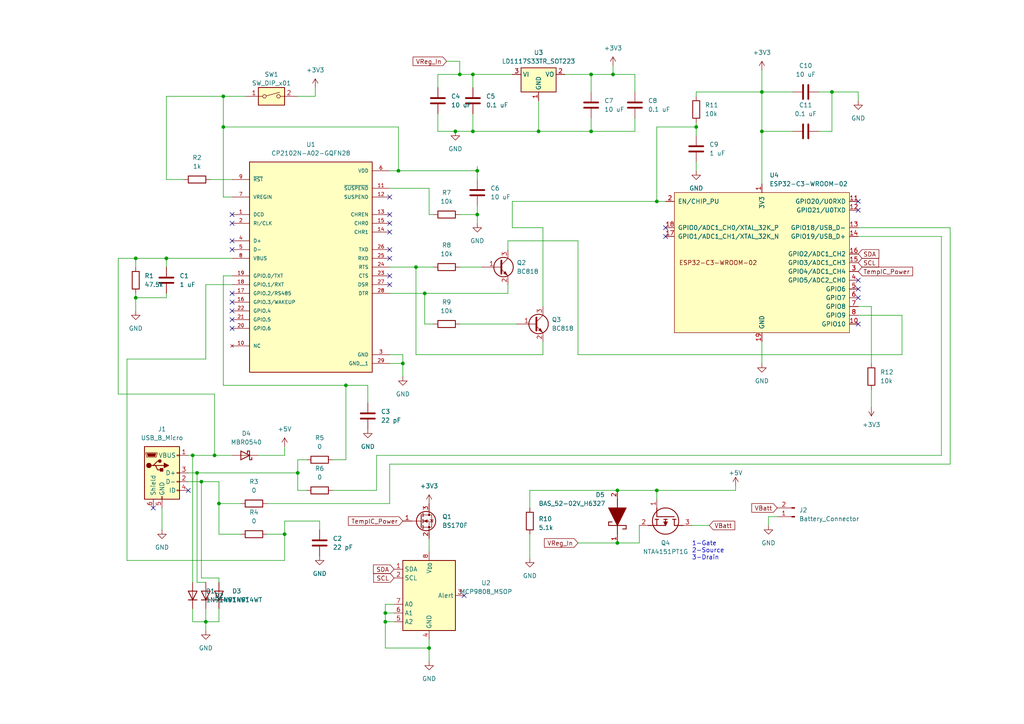
<source format=kicad_sch>
(kicad_sch (version 20230121) (generator eeschema)

  (uuid 6d99b4e8-c02c-4848-8577-b7b4f438454a)

  (paper "A4")

  (lib_symbols
    (symbol "BAS_52-02V_H6327:BAS_52-02V_H6327" (pin_names hide) (in_bom yes) (on_board yes)
      (property "Reference" "D" (at 12.7 8.89 0)
        (effects (font (size 1.27 1.27)) (justify left top))
      )
      (property "Value" "BAS_52-02V_H6327" (at 12.7 6.35 0)
        (effects (font (size 1.27 1.27)) (justify left top))
      )
      (property "Footprint" "SODFL1608X59N" (at 12.7 -93.65 0)
        (effects (font (size 1.27 1.27)) (justify left top) hide)
      )
      (property "Datasheet" "https://www.infineon.com/dgdl/Infineon-BAS52SERIES-DS-v01_01-en.pdf?fileId=db3a30432d9b3066012dbc006764413f" (at 12.7 -193.65 0)
        (effects (font (size 1.27 1.27)) (justify left top) hide)
      )
      (property "Height" "0.59" (at 12.7 -393.65 0)
        (effects (font (size 1.27 1.27)) (justify left top) hide)
      )
      (property "Mouser Part Number" "726-BAS5202VH6327" (at 12.7 -493.65 0)
        (effects (font (size 1.27 1.27)) (justify left top) hide)
      )
      (property "Mouser Price/Stock" "https://www.mouser.co.uk/ProductDetail/Infineon-Technologies/BAS-52-02V-H6327?qs=mzcOS1kGbgev7wbn%2FVEo9w%3D%3D" (at 12.7 -593.65 0)
        (effects (font (size 1.27 1.27)) (justify left top) hide)
      )
      (property "Manufacturer_Name" "Infineon" (at 12.7 -693.65 0)
        (effects (font (size 1.27 1.27)) (justify left top) hide)
      )
      (property "Manufacturer_Part_Number" "BAS 52-02V H6327" (at 12.7 -793.65 0)
        (effects (font (size 1.27 1.27)) (justify left top) hide)
      )
      (property "ki_description" "INFINEON - BAS 52-02V H6327 - RECTIFIER, SCHOTTKY, 0.5A, 45V, SC-79" (at 0 0 0)
        (effects (font (size 1.27 1.27)) hide)
      )
      (symbol "BAS_52-02V_H6327_1_1"
        (polyline
          (pts
            (xy 5.08 0)
            (xy 7.62 0)
          )
          (stroke (width 0.254) (type default))
          (fill (type none))
        )
        (polyline
          (pts
            (xy 6.604 -1.524)
            (xy 6.604 -2.54)
          )
          (stroke (width 0.254) (type default))
          (fill (type none))
        )
        (polyline
          (pts
            (xy 7.62 -2.54)
            (xy 6.604 -2.54)
          )
          (stroke (width 0.254) (type default))
          (fill (type none))
        )
        (polyline
          (pts
            (xy 7.62 2.54)
            (xy 7.62 -2.54)
          )
          (stroke (width 0.254) (type default))
          (fill (type none))
        )
        (polyline
          (pts
            (xy 7.62 2.54)
            (xy 8.636 2.54)
          )
          (stroke (width 0.254) (type default))
          (fill (type none))
        )
        (polyline
          (pts
            (xy 8.636 1.524)
            (xy 8.636 2.54)
          )
          (stroke (width 0.254) (type default))
          (fill (type none))
        )
        (polyline
          (pts
            (xy 12.7 0)
            (xy 15.24 0)
          )
          (stroke (width 0.254) (type default))
          (fill (type none))
        )
        (polyline
          (pts
            (xy 7.62 0)
            (xy 12.7 2.54)
            (xy 12.7 -2.54)
            (xy 7.62 0)
          )
          (stroke (width 0.254) (type default))
          (fill (type outline))
        )
        (pin passive line (at 2.54 0 0) (length 2.54)
          (name "K" (effects (font (size 1.27 1.27))))
          (number "1" (effects (font (size 1.27 1.27))))
        )
        (pin passive line (at 17.78 0 180) (length 2.54)
          (name "A" (effects (font (size 1.27 1.27))))
          (number "2" (effects (font (size 1.27 1.27))))
        )
      )
    )
    (symbol "CP2102N-A02-GQFN28:CP2102N-A02-GQFN28" (pin_names (offset 1.016)) (in_bom yes) (on_board yes)
      (property "Reference" "U" (at -17.78 33.02 0)
        (effects (font (size 1.27 1.27)) (justify left bottom))
      )
      (property "Value" "CP2102N-A02-GQFN28" (at -17.78 -35.56 0)
        (effects (font (size 1.27 1.27)) (justify left bottom))
      )
      (property "Footprint" "CP2102N-A02-GQFN28:QFN50P500X500X80-29N" (at 0 0 0)
        (effects (font (size 1.27 1.27)) (justify bottom) hide)
      )
      (property "Datasheet" "" (at 0 0 0)
        (effects (font (size 1.27 1.27)) hide)
      )
      (property "PARTREV" "1.5" (at 0 0 0)
        (effects (font (size 1.27 1.27)) (justify bottom) hide)
      )
      (property "MANUFACTURER" "Silicon Labs" (at 0 0 0)
        (effects (font (size 1.27 1.27)) (justify bottom) hide)
      )
      (property "MAXIMUM_PACKAGE_HEIGHT" "0.8 mm" (at 0 0 0)
        (effects (font (size 1.27 1.27)) (justify bottom) hide)
      )
      (property "STANDARD" "IPC 7351B" (at 0 0 0)
        (effects (font (size 1.27 1.27)) (justify bottom) hide)
      )
      (symbol "CP2102N-A02-GQFN28_0_0"
        (rectangle (start -17.78 -30.48) (end 17.78 30.48)
          (stroke (width 0.254) (type default))
          (fill (type background))
        )
        (pin input line (at -22.86 15.24 0) (length 5.08)
          (name "DCD" (effects (font (size 1.016 1.016))))
          (number "1" (effects (font (size 1.016 1.016))))
        )
        (pin no_connect line (at -22.86 -22.86 0) (length 5.08)
          (name "NC" (effects (font (size 1.016 1.016))))
          (number "10" (effects (font (size 1.016 1.016))))
        )
        (pin output line (at 22.86 22.86 180) (length 5.08)
          (name "~{SUSPEND}" (effects (font (size 1.016 1.016))))
          (number "11" (effects (font (size 1.016 1.016))))
        )
        (pin output line (at 22.86 20.32 180) (length 5.08)
          (name "SUSPEND" (effects (font (size 1.016 1.016))))
          (number "12" (effects (font (size 1.016 1.016))))
        )
        (pin output line (at 22.86 15.24 180) (length 5.08)
          (name "CHREN" (effects (font (size 1.016 1.016))))
          (number "13" (effects (font (size 1.016 1.016))))
        )
        (pin output line (at 22.86 10.16 180) (length 5.08)
          (name "CHR1" (effects (font (size 1.016 1.016))))
          (number "14" (effects (font (size 1.016 1.016))))
        )
        (pin output line (at 22.86 12.7 180) (length 5.08)
          (name "CHR0" (effects (font (size 1.016 1.016))))
          (number "15" (effects (font (size 1.016 1.016))))
        )
        (pin bidirectional line (at -22.86 -10.16 0) (length 5.08)
          (name "GPIO.3/WAKEUP" (effects (font (size 1.016 1.016))))
          (number "16" (effects (font (size 1.016 1.016))))
        )
        (pin bidirectional line (at -22.86 -7.62 0) (length 5.08)
          (name "GPIO.2/RS485" (effects (font (size 1.016 1.016))))
          (number "17" (effects (font (size 1.016 1.016))))
        )
        (pin bidirectional line (at -22.86 -5.08 0) (length 5.08)
          (name "GPIO.1/RXT" (effects (font (size 1.016 1.016))))
          (number "18" (effects (font (size 1.016 1.016))))
        )
        (pin bidirectional line (at -22.86 -2.54 0) (length 5.08)
          (name "GPIO.0/TXT" (effects (font (size 1.016 1.016))))
          (number "19" (effects (font (size 1.016 1.016))))
        )
        (pin bidirectional line (at -22.86 12.7 0) (length 5.08)
          (name "RI/CLK" (effects (font (size 1.016 1.016))))
          (number "2" (effects (font (size 1.016 1.016))))
        )
        (pin bidirectional line (at -22.86 -17.78 0) (length 5.08)
          (name "GPIO.6" (effects (font (size 1.016 1.016))))
          (number "20" (effects (font (size 1.016 1.016))))
        )
        (pin bidirectional line (at -22.86 -15.24 0) (length 5.08)
          (name "GPIO.5" (effects (font (size 1.016 1.016))))
          (number "21" (effects (font (size 1.016 1.016))))
        )
        (pin bidirectional line (at -22.86 -12.7 0) (length 5.08)
          (name "GPIO.4" (effects (font (size 1.016 1.016))))
          (number "22" (effects (font (size 1.016 1.016))))
        )
        (pin input line (at 22.86 -2.54 180) (length 5.08)
          (name "CTS" (effects (font (size 1.016 1.016))))
          (number "23" (effects (font (size 1.016 1.016))))
        )
        (pin output line (at 22.86 0 180) (length 5.08)
          (name "RTS" (effects (font (size 1.016 1.016))))
          (number "24" (effects (font (size 1.016 1.016))))
        )
        (pin input line (at 22.86 2.54 180) (length 5.08)
          (name "RXD" (effects (font (size 1.016 1.016))))
          (number "25" (effects (font (size 1.016 1.016))))
        )
        (pin output line (at 22.86 5.08 180) (length 5.08)
          (name "TXD" (effects (font (size 1.016 1.016))))
          (number "26" (effects (font (size 1.016 1.016))))
        )
        (pin input line (at 22.86 -5.08 180) (length 5.08)
          (name "DSR" (effects (font (size 1.016 1.016))))
          (number "27" (effects (font (size 1.016 1.016))))
        )
        (pin output line (at 22.86 -7.62 180) (length 5.08)
          (name "DTR" (effects (font (size 1.016 1.016))))
          (number "28" (effects (font (size 1.016 1.016))))
        )
        (pin power_in line (at 22.86 -27.94 180) (length 5.08)
          (name "GND__1" (effects (font (size 1.016 1.016))))
          (number "29" (effects (font (size 1.016 1.016))))
        )
        (pin power_in line (at 22.86 -25.4 180) (length 5.08)
          (name "GND" (effects (font (size 1.016 1.016))))
          (number "3" (effects (font (size 1.016 1.016))))
        )
        (pin bidirectional line (at -22.86 7.62 0) (length 5.08)
          (name "D+" (effects (font (size 1.016 1.016))))
          (number "4" (effects (font (size 1.016 1.016))))
        )
        (pin bidirectional line (at -22.86 5.08 0) (length 5.08)
          (name "D-" (effects (font (size 1.016 1.016))))
          (number "5" (effects (font (size 1.016 1.016))))
        )
        (pin power_in line (at 22.86 27.94 180) (length 5.08)
          (name "VDD" (effects (font (size 1.016 1.016))))
          (number "6" (effects (font (size 1.016 1.016))))
        )
        (pin input line (at -22.86 20.32 0) (length 5.08)
          (name "VREGIN" (effects (font (size 1.016 1.016))))
          (number "7" (effects (font (size 1.016 1.016))))
        )
        (pin input line (at -22.86 2.54 0) (length 5.08)
          (name "VBUS" (effects (font (size 1.016 1.016))))
          (number "8" (effects (font (size 1.016 1.016))))
        )
        (pin input line (at -22.86 25.4 0) (length 5.08)
          (name "~{RST}" (effects (font (size 1.016 1.016))))
          (number "9" (effects (font (size 1.016 1.016))))
        )
      )
    )
    (symbol "Connector:Conn_01x02_Pin" (pin_names (offset 1.016) hide) (in_bom yes) (on_board yes)
      (property "Reference" "J" (at 0 2.54 0)
        (effects (font (size 1.27 1.27)))
      )
      (property "Value" "Conn_01x02_Pin" (at 0 -5.08 0)
        (effects (font (size 1.27 1.27)))
      )
      (property "Footprint" "" (at 0 0 0)
        (effects (font (size 1.27 1.27)) hide)
      )
      (property "Datasheet" "~" (at 0 0 0)
        (effects (font (size 1.27 1.27)) hide)
      )
      (property "ki_locked" "" (at 0 0 0)
        (effects (font (size 1.27 1.27)))
      )
      (property "ki_keywords" "connector" (at 0 0 0)
        (effects (font (size 1.27 1.27)) hide)
      )
      (property "ki_description" "Generic connector, single row, 01x02, script generated" (at 0 0 0)
        (effects (font (size 1.27 1.27)) hide)
      )
      (property "ki_fp_filters" "Connector*:*_1x??_*" (at 0 0 0)
        (effects (font (size 1.27 1.27)) hide)
      )
      (symbol "Conn_01x02_Pin_1_1"
        (polyline
          (pts
            (xy 1.27 -2.54)
            (xy 0.8636 -2.54)
          )
          (stroke (width 0.1524) (type default))
          (fill (type none))
        )
        (polyline
          (pts
            (xy 1.27 0)
            (xy 0.8636 0)
          )
          (stroke (width 0.1524) (type default))
          (fill (type none))
        )
        (rectangle (start 0.8636 -2.413) (end 0 -2.667)
          (stroke (width 0.1524) (type default))
          (fill (type outline))
        )
        (rectangle (start 0.8636 0.127) (end 0 -0.127)
          (stroke (width 0.1524) (type default))
          (fill (type outline))
        )
        (pin passive line (at 5.08 0 180) (length 3.81)
          (name "Pin_1" (effects (font (size 1.27 1.27))))
          (number "1" (effects (font (size 1.27 1.27))))
        )
        (pin passive line (at 5.08 -2.54 180) (length 3.81)
          (name "Pin_2" (effects (font (size 1.27 1.27))))
          (number "2" (effects (font (size 1.27 1.27))))
        )
      )
    )
    (symbol "Connector:USB_B_Micro" (pin_names (offset 1.016)) (in_bom yes) (on_board yes)
      (property "Reference" "J" (at -5.08 11.43 0)
        (effects (font (size 1.27 1.27)) (justify left))
      )
      (property "Value" "USB_B_Micro" (at -5.08 8.89 0)
        (effects (font (size 1.27 1.27)) (justify left))
      )
      (property "Footprint" "" (at 3.81 -1.27 0)
        (effects (font (size 1.27 1.27)) hide)
      )
      (property "Datasheet" "~" (at 3.81 -1.27 0)
        (effects (font (size 1.27 1.27)) hide)
      )
      (property "ki_keywords" "connector USB micro" (at 0 0 0)
        (effects (font (size 1.27 1.27)) hide)
      )
      (property "ki_description" "USB Micro Type B connector" (at 0 0 0)
        (effects (font (size 1.27 1.27)) hide)
      )
      (property "ki_fp_filters" "USB*" (at 0 0 0)
        (effects (font (size 1.27 1.27)) hide)
      )
      (symbol "USB_B_Micro_0_1"
        (rectangle (start -5.08 -7.62) (end 5.08 7.62)
          (stroke (width 0.254) (type default))
          (fill (type background))
        )
        (circle (center -3.81 2.159) (radius 0.635)
          (stroke (width 0.254) (type default))
          (fill (type outline))
        )
        (circle (center -0.635 3.429) (radius 0.381)
          (stroke (width 0.254) (type default))
          (fill (type outline))
        )
        (rectangle (start -0.127 -7.62) (end 0.127 -6.858)
          (stroke (width 0) (type default))
          (fill (type none))
        )
        (polyline
          (pts
            (xy -1.905 2.159)
            (xy 0.635 2.159)
          )
          (stroke (width 0.254) (type default))
          (fill (type none))
        )
        (polyline
          (pts
            (xy -3.175 2.159)
            (xy -2.54 2.159)
            (xy -1.27 3.429)
            (xy -0.635 3.429)
          )
          (stroke (width 0.254) (type default))
          (fill (type none))
        )
        (polyline
          (pts
            (xy -2.54 2.159)
            (xy -1.905 2.159)
            (xy -1.27 0.889)
            (xy 0 0.889)
          )
          (stroke (width 0.254) (type default))
          (fill (type none))
        )
        (polyline
          (pts
            (xy 0.635 2.794)
            (xy 0.635 1.524)
            (xy 1.905 2.159)
            (xy 0.635 2.794)
          )
          (stroke (width 0.254) (type default))
          (fill (type outline))
        )
        (polyline
          (pts
            (xy -4.318 5.588)
            (xy -1.778 5.588)
            (xy -2.032 4.826)
            (xy -4.064 4.826)
            (xy -4.318 5.588)
          )
          (stroke (width 0) (type default))
          (fill (type outline))
        )
        (polyline
          (pts
            (xy -4.699 5.842)
            (xy -4.699 5.588)
            (xy -4.445 4.826)
            (xy -4.445 4.572)
            (xy -1.651 4.572)
            (xy -1.651 4.826)
            (xy -1.397 5.588)
            (xy -1.397 5.842)
            (xy -4.699 5.842)
          )
          (stroke (width 0) (type default))
          (fill (type none))
        )
        (rectangle (start 0.254 1.27) (end -0.508 0.508)
          (stroke (width 0.254) (type default))
          (fill (type outline))
        )
        (rectangle (start 5.08 -5.207) (end 4.318 -4.953)
          (stroke (width 0) (type default))
          (fill (type none))
        )
        (rectangle (start 5.08 -2.667) (end 4.318 -2.413)
          (stroke (width 0) (type default))
          (fill (type none))
        )
        (rectangle (start 5.08 -0.127) (end 4.318 0.127)
          (stroke (width 0) (type default))
          (fill (type none))
        )
        (rectangle (start 5.08 4.953) (end 4.318 5.207)
          (stroke (width 0) (type default))
          (fill (type none))
        )
      )
      (symbol "USB_B_Micro_1_1"
        (pin power_out line (at 7.62 5.08 180) (length 2.54)
          (name "VBUS" (effects (font (size 1.27 1.27))))
          (number "1" (effects (font (size 1.27 1.27))))
        )
        (pin bidirectional line (at 7.62 -2.54 180) (length 2.54)
          (name "D-" (effects (font (size 1.27 1.27))))
          (number "2" (effects (font (size 1.27 1.27))))
        )
        (pin bidirectional line (at 7.62 0 180) (length 2.54)
          (name "D+" (effects (font (size 1.27 1.27))))
          (number "3" (effects (font (size 1.27 1.27))))
        )
        (pin passive line (at 7.62 -5.08 180) (length 2.54)
          (name "ID" (effects (font (size 1.27 1.27))))
          (number "4" (effects (font (size 1.27 1.27))))
        )
        (pin power_out line (at 0 -10.16 90) (length 2.54)
          (name "GND" (effects (font (size 1.27 1.27))))
          (number "5" (effects (font (size 1.27 1.27))))
        )
        (pin passive line (at -2.54 -10.16 90) (length 2.54)
          (name "Shield" (effects (font (size 1.27 1.27))))
          (number "6" (effects (font (size 1.27 1.27))))
        )
      )
    )
    (symbol "Device:C" (pin_numbers hide) (pin_names (offset 0.254)) (in_bom yes) (on_board yes)
      (property "Reference" "C" (at 0.635 2.54 0)
        (effects (font (size 1.27 1.27)) (justify left))
      )
      (property "Value" "C" (at 0.635 -2.54 0)
        (effects (font (size 1.27 1.27)) (justify left))
      )
      (property "Footprint" "" (at 0.9652 -3.81 0)
        (effects (font (size 1.27 1.27)) hide)
      )
      (property "Datasheet" "~" (at 0 0 0)
        (effects (font (size 1.27 1.27)) hide)
      )
      (property "ki_keywords" "cap capacitor" (at 0 0 0)
        (effects (font (size 1.27 1.27)) hide)
      )
      (property "ki_description" "Unpolarized capacitor" (at 0 0 0)
        (effects (font (size 1.27 1.27)) hide)
      )
      (property "ki_fp_filters" "C_*" (at 0 0 0)
        (effects (font (size 1.27 1.27)) hide)
      )
      (symbol "C_0_1"
        (polyline
          (pts
            (xy -2.032 -0.762)
            (xy 2.032 -0.762)
          )
          (stroke (width 0.508) (type default))
          (fill (type none))
        )
        (polyline
          (pts
            (xy -2.032 0.762)
            (xy 2.032 0.762)
          )
          (stroke (width 0.508) (type default))
          (fill (type none))
        )
      )
      (symbol "C_1_1"
        (pin passive line (at 0 3.81 270) (length 2.794)
          (name "~" (effects (font (size 1.27 1.27))))
          (number "1" (effects (font (size 1.27 1.27))))
        )
        (pin passive line (at 0 -3.81 90) (length 2.794)
          (name "~" (effects (font (size 1.27 1.27))))
          (number "2" (effects (font (size 1.27 1.27))))
        )
      )
    )
    (symbol "Device:R" (pin_numbers hide) (pin_names (offset 0)) (in_bom yes) (on_board yes)
      (property "Reference" "R" (at 2.032 0 90)
        (effects (font (size 1.27 1.27)))
      )
      (property "Value" "R" (at 0 0 90)
        (effects (font (size 1.27 1.27)))
      )
      (property "Footprint" "" (at -1.778 0 90)
        (effects (font (size 1.27 1.27)) hide)
      )
      (property "Datasheet" "~" (at 0 0 0)
        (effects (font (size 1.27 1.27)) hide)
      )
      (property "ki_keywords" "R res resistor" (at 0 0 0)
        (effects (font (size 1.27 1.27)) hide)
      )
      (property "ki_description" "Resistor" (at 0 0 0)
        (effects (font (size 1.27 1.27)) hide)
      )
      (property "ki_fp_filters" "R_*" (at 0 0 0)
        (effects (font (size 1.27 1.27)) hide)
      )
      (symbol "R_0_1"
        (rectangle (start -1.016 -2.54) (end 1.016 2.54)
          (stroke (width 0.254) (type default))
          (fill (type none))
        )
      )
      (symbol "R_1_1"
        (pin passive line (at 0 3.81 270) (length 1.27)
          (name "~" (effects (font (size 1.27 1.27))))
          (number "1" (effects (font (size 1.27 1.27))))
        )
        (pin passive line (at 0 -3.81 90) (length 1.27)
          (name "~" (effects (font (size 1.27 1.27))))
          (number "2" (effects (font (size 1.27 1.27))))
        )
      )
    )
    (symbol "Diode:1N914WT" (pin_numbers hide) (pin_names hide) (in_bom yes) (on_board yes)
      (property "Reference" "D" (at 0 2.54 0)
        (effects (font (size 1.27 1.27)))
      )
      (property "Value" "1N914WT" (at 0 -2.54 0)
        (effects (font (size 1.27 1.27)))
      )
      (property "Footprint" "Diode_SMD:D_SOD-523" (at 0 -4.445 0)
        (effects (font (size 1.27 1.27)) hide)
      )
      (property "Datasheet" "http://www.mouser.com/ds/2/149/1N4148WT-461550.pdf" (at 0 0 0)
        (effects (font (size 1.27 1.27)) hide)
      )
      (property "Sim.Device" "D" (at 0 0 0)
        (effects (font (size 1.27 1.27)) hide)
      )
      (property "Sim.Pins" "1=K 2=A" (at 0 0 0)
        (effects (font (size 1.27 1.27)) hide)
      )
      (property "ki_keywords" "diode" (at 0 0 0)
        (effects (font (size 1.27 1.27)) hide)
      )
      (property "ki_description" "75V 0.15A Fast switching Diode, SOD-523" (at 0 0 0)
        (effects (font (size 1.27 1.27)) hide)
      )
      (property "ki_fp_filters" "D*SOD?523*" (at 0 0 0)
        (effects (font (size 1.27 1.27)) hide)
      )
      (symbol "1N914WT_0_1"
        (polyline
          (pts
            (xy -1.27 1.27)
            (xy -1.27 -1.27)
          )
          (stroke (width 0.254) (type default))
          (fill (type none))
        )
        (polyline
          (pts
            (xy 1.27 0)
            (xy -1.27 0)
          )
          (stroke (width 0) (type default))
          (fill (type none))
        )
        (polyline
          (pts
            (xy 1.27 1.27)
            (xy 1.27 -1.27)
            (xy -1.27 0)
            (xy 1.27 1.27)
          )
          (stroke (width 0.254) (type default))
          (fill (type none))
        )
      )
      (symbol "1N914WT_1_1"
        (pin passive line (at -3.81 0 0) (length 2.54)
          (name "K" (effects (font (size 1.27 1.27))))
          (number "1" (effects (font (size 1.27 1.27))))
        )
        (pin passive line (at 3.81 0 180) (length 2.54)
          (name "A" (effects (font (size 1.27 1.27))))
          (number "2" (effects (font (size 1.27 1.27))))
        )
      )
    )
    (symbol "Diode:MBR0540" (pin_numbers hide) (pin_names (offset 1.016) hide) (in_bom yes) (on_board yes)
      (property "Reference" "D" (at 0 2.54 0)
        (effects (font (size 1.27 1.27)))
      )
      (property "Value" "MBR0540" (at 0 -2.54 0)
        (effects (font (size 1.27 1.27)))
      )
      (property "Footprint" "Diode_SMD:D_SOD-123" (at 0 -4.445 0)
        (effects (font (size 1.27 1.27)) hide)
      )
      (property "Datasheet" "http://www.mccsemi.com/up_pdf/MBR0520~MBR0580(SOD123).pdf" (at 0 0 0)
        (effects (font (size 1.27 1.27)) hide)
      )
      (property "ki_keywords" "diode Schottky" (at 0 0 0)
        (effects (font (size 1.27 1.27)) hide)
      )
      (property "ki_description" "40V 0.5A Schottky Power Rectifier Diode, SOD-123" (at 0 0 0)
        (effects (font (size 1.27 1.27)) hide)
      )
      (property "ki_fp_filters" "D*SOD?123*" (at 0 0 0)
        (effects (font (size 1.27 1.27)) hide)
      )
      (symbol "MBR0540_0_1"
        (polyline
          (pts
            (xy 1.27 0)
            (xy -1.27 0)
          )
          (stroke (width 0) (type default))
          (fill (type none))
        )
        (polyline
          (pts
            (xy 1.27 1.27)
            (xy 1.27 -1.27)
            (xy -1.27 0)
            (xy 1.27 1.27)
          )
          (stroke (width 0.254) (type default))
          (fill (type none))
        )
        (polyline
          (pts
            (xy -1.905 0.635)
            (xy -1.905 1.27)
            (xy -1.27 1.27)
            (xy -1.27 -1.27)
            (xy -0.635 -1.27)
            (xy -0.635 -0.635)
          )
          (stroke (width 0.254) (type default))
          (fill (type none))
        )
      )
      (symbol "MBR0540_1_1"
        (pin passive line (at -3.81 0 0) (length 2.54)
          (name "K" (effects (font (size 1.27 1.27))))
          (number "1" (effects (font (size 1.27 1.27))))
        )
        (pin passive line (at 3.81 0 180) (length 2.54)
          (name "A" (effects (font (size 1.27 1.27))))
          (number "2" (effects (font (size 1.27 1.27))))
        )
      )
    )
    (symbol "NTA4151PT1G:NTA4151PT1G" (pin_names hide) (in_bom yes) (on_board yes)
      (property "Reference" "Q" (at 11.43 3.81 0)
        (effects (font (size 1.27 1.27)) (justify left top))
      )
      (property "Value" "NTA4151PT1G" (at 11.43 1.27 0)
        (effects (font (size 1.27 1.27)) (justify left top))
      )
      (property "Footprint" "SOT50P160X90-3N" (at 11.43 -98.73 0)
        (effects (font (size 1.27 1.27)) (justify left top) hide)
      )
      (property "Datasheet" "http://www.onsemi.com/pub/Collateral/NTA4151P-D.PDF" (at 11.43 -198.73 0)
        (effects (font (size 1.27 1.27)) (justify left top) hide)
      )
      (property "Height" "0.9" (at 11.43 -398.73 0)
        (effects (font (size 1.27 1.27)) (justify left top) hide)
      )
      (property "Mouser Part Number" "863-NTA4151PT1G" (at 11.43 -498.73 0)
        (effects (font (size 1.27 1.27)) (justify left top) hide)
      )
      (property "Mouser Price/Stock" "https://www.mouser.co.uk/ProductDetail/onsemi/NTA4151PT1G?qs=ZXBb0xZ9WeC9bannzQa%2FPw%3D%3D" (at 11.43 -598.73 0)
        (effects (font (size 1.27 1.27)) (justify left top) hide)
      )
      (property "Manufacturer_Name" "onsemi" (at 11.43 -698.73 0)
        (effects (font (size 1.27 1.27)) (justify left top) hide)
      )
      (property "Manufacturer_Part_Number" "NTA4151PT1G" (at 11.43 -798.73 0)
        (effects (font (size 1.27 1.27)) (justify left top) hide)
      )
      (property "ki_description" "ON Semiconductor NTA4151PT1G P-channel MOSFET Transistor, 0.76 A, -20 V, 3-Pin SC-75" (at 0 0 0)
        (effects (font (size 1.27 1.27)) hide)
      )
      (symbol "NTA4151PT1G_1_1"
        (polyline
          (pts
            (xy 2.54 0)
            (xy 5.08 0)
          )
          (stroke (width 0.254) (type default))
          (fill (type none))
        )
        (polyline
          (pts
            (xy 5.08 5.08)
            (xy 5.08 0)
          )
          (stroke (width 0.254) (type default))
          (fill (type none))
        )
        (polyline
          (pts
            (xy 5.842 -0.508)
            (xy 5.842 0.508)
          )
          (stroke (width 0.254) (type default))
          (fill (type none))
        )
        (polyline
          (pts
            (xy 5.842 0)
            (xy 7.62 0)
          )
          (stroke (width 0.254) (type default))
          (fill (type none))
        )
        (polyline
          (pts
            (xy 5.842 2.032)
            (xy 5.842 3.048)
          )
          (stroke (width 0.254) (type default))
          (fill (type none))
        )
        (polyline
          (pts
            (xy 5.842 5.588)
            (xy 5.842 4.572)
          )
          (stroke (width 0.254) (type default))
          (fill (type none))
        )
        (polyline
          (pts
            (xy 7.62 2.54)
            (xy 5.842 2.54)
          )
          (stroke (width 0.254) (type default))
          (fill (type none))
        )
        (polyline
          (pts
            (xy 7.62 2.54)
            (xy 7.62 -2.54)
          )
          (stroke (width 0.254) (type default))
          (fill (type none))
        )
        (polyline
          (pts
            (xy 7.62 5.08)
            (xy 5.842 5.08)
          )
          (stroke (width 0.254) (type default))
          (fill (type none))
        )
        (polyline
          (pts
            (xy 7.62 5.08)
            (xy 7.62 7.62)
          )
          (stroke (width 0.254) (type default))
          (fill (type none))
        )
        (polyline
          (pts
            (xy 7.62 2.54)
            (xy 6.604 3.048)
            (xy 6.604 2.032)
            (xy 7.62 2.54)
          )
          (stroke (width 0.254) (type default))
          (fill (type outline))
        )
        (circle (center 6.35 2.54) (radius 3.81)
          (stroke (width 0.254) (type default))
          (fill (type none))
        )
        (pin passive line (at 0 0 0) (length 2.54)
          (name "G" (effects (font (size 1.27 1.27))))
          (number "1" (effects (font (size 1.27 1.27))))
        )
        (pin passive line (at 7.62 -5.08 90) (length 2.54)
          (name "S" (effects (font (size 1.27 1.27))))
          (number "2" (effects (font (size 1.27 1.27))))
        )
        (pin passive line (at 7.62 10.16 270) (length 2.54)
          (name "D" (effects (font (size 1.27 1.27))))
          (number "3" (effects (font (size 1.27 1.27))))
        )
      )
    )
    (symbol "PCM_Espressif:ESP32-C3-WROOM-02" (pin_names (offset 1.016)) (in_bom yes) (on_board yes)
      (property "Reference" "U" (at -25.4 25.4 0)
        (effects (font (size 1.27 1.27)) (justify left))
      )
      (property "Value" "ESP32-C3-WROOM-02" (at -25.4 22.86 0)
        (effects (font (size 1.27 1.27)) (justify left))
      )
      (property "Footprint" "PCM_Espressif:ESP32-C3-WROOM-02" (at 0 -30.48 0)
        (effects (font (size 1.27 1.27)) hide)
      )
      (property "Datasheet" "https://www.espressif.com/sites/default/files/documentation/esp32-c3-wroom-02_datasheet_en.pdf" (at -2.54 -33.02 0)
        (effects (font (size 1.27 1.27)) hide)
      )
      (property "ki_keywords" "esp32-c3 module" (at 0 0 0)
        (effects (font (size 1.27 1.27)) hide)
      )
      (property "ki_description" "ESP32-C3-WROOM-02 is a general-purpose Wi-Fi and Bluetooth LE module. This module features a rich set of peripherals and high performance, which makes it an ideal choice for smart home, industrial automation, health care, consumer electronics, etc." (at 0 0 0)
        (effects (font (size 1.27 1.27)) hide)
      )
      (symbol "ESP32-C3-WROOM-02_0_0"
        (text "ESP32-C3-WROOM-02" (at -12.7 0 0)
          (effects (font (size 1.27 1.27)))
        )
      )
      (symbol "ESP32-C3-WROOM-02_0_1"
        (rectangle (start 25.4 20.32) (end -25.4 -20.32)
          (stroke (width 0) (type default))
          (fill (type background))
        )
      )
      (symbol "ESP32-C3-WROOM-02_1_1"
        (pin power_in line (at 0 22.86 270) (length 2.54)
          (name "3V3" (effects (font (size 1.27 1.27))))
          (number "1" (effects (font (size 1.27 1.27))))
        )
        (pin bidirectional line (at 27.94 -17.78 180) (length 2.54)
          (name "GPIO10" (effects (font (size 1.27 1.27))))
          (number "10" (effects (font (size 1.27 1.27))))
        )
        (pin bidirectional line (at 27.94 17.78 180) (length 2.54)
          (name "GPIO20/U0RXD" (effects (font (size 1.27 1.27))))
          (number "11" (effects (font (size 1.27 1.27))))
        )
        (pin bidirectional line (at 27.94 15.24 180) (length 2.54)
          (name "GPIO21/U0TXD" (effects (font (size 1.27 1.27))))
          (number "12" (effects (font (size 1.27 1.27))))
        )
        (pin bidirectional line (at 27.94 10.16 180) (length 2.54)
          (name "GPIO18/USB_D-" (effects (font (size 1.27 1.27))))
          (number "13" (effects (font (size 1.27 1.27))))
        )
        (pin bidirectional line (at 27.94 7.62 180) (length 2.54)
          (name "GPIO19/USB_D+" (effects (font (size 1.27 1.27))))
          (number "14" (effects (font (size 1.27 1.27))))
        )
        (pin bidirectional line (at 27.94 0 180) (length 2.54)
          (name "GPIO3/ADC1_CH3" (effects (font (size 1.27 1.27))))
          (number "15" (effects (font (size 1.27 1.27))))
        )
        (pin bidirectional line (at 27.94 2.54 180) (length 2.54)
          (name "GPIO2/ADC1_CH2" (effects (font (size 1.27 1.27))))
          (number "16" (effects (font (size 1.27 1.27))))
        )
        (pin bidirectional line (at -27.94 7.62 0) (length 2.54)
          (name "GPIO1/ADC1_CH1/XTAL_32K_N" (effects (font (size 1.27 1.27))))
          (number "17" (effects (font (size 1.27 1.27))))
        )
        (pin bidirectional line (at -27.94 10.16 0) (length 2.54)
          (name "GPIO0/ADC1_CH0/XTAL_32K_P" (effects (font (size 1.27 1.27))))
          (number "18" (effects (font (size 1.27 1.27))))
        )
        (pin power_in line (at 0 -22.86 90) (length 2.54)
          (name "GND" (effects (font (size 1.27 1.27))))
          (number "19" (effects (font (size 1.27 1.27))))
        )
        (pin input line (at -27.94 17.78 0) (length 2.54)
          (name "EN/CHIP_PU" (effects (font (size 1.27 1.27))))
          (number "2" (effects (font (size 1.27 1.27))))
        )
        (pin bidirectional line (at 27.94 -2.54 180) (length 2.54)
          (name "GPIO4/ADC1_CH4" (effects (font (size 1.27 1.27))))
          (number "3" (effects (font (size 1.27 1.27))))
        )
        (pin bidirectional line (at 27.94 -5.08 180) (length 2.54)
          (name "GPIO5/ADC2_CH0" (effects (font (size 1.27 1.27))))
          (number "4" (effects (font (size 1.27 1.27))))
        )
        (pin bidirectional line (at 27.94 -7.62 180) (length 2.54)
          (name "GPIO6" (effects (font (size 1.27 1.27))))
          (number "5" (effects (font (size 1.27 1.27))))
        )
        (pin bidirectional line (at 27.94 -10.16 180) (length 2.54)
          (name "GPIO7" (effects (font (size 1.27 1.27))))
          (number "6" (effects (font (size 1.27 1.27))))
        )
        (pin bidirectional line (at 27.94 -12.7 180) (length 2.54)
          (name "GPIO8" (effects (font (size 1.27 1.27))))
          (number "7" (effects (font (size 1.27 1.27))))
        )
        (pin bidirectional line (at 27.94 -15.24 180) (length 2.54)
          (name "GPIO9" (effects (font (size 1.27 1.27))))
          (number "8" (effects (font (size 1.27 1.27))))
        )
        (pin passive line (at 0 -22.86 90) (length 2.54) hide
          (name "GND" (effects (font (size 1.27 1.27))))
          (number "9" (effects (font (size 1.27 1.27))))
        )
      )
    )
    (symbol "Regulator_Linear:LD1117S33TR_SOT223" (in_bom yes) (on_board yes)
      (property "Reference" "U" (at -3.81 3.175 0)
        (effects (font (size 1.27 1.27)))
      )
      (property "Value" "LD1117S33TR_SOT223" (at 0 3.175 0)
        (effects (font (size 1.27 1.27)) (justify left))
      )
      (property "Footprint" "Package_TO_SOT_SMD:SOT-223-3_TabPin2" (at 0 5.08 0)
        (effects (font (size 1.27 1.27)) hide)
      )
      (property "Datasheet" "http://www.st.com/st-web-ui/static/active/en/resource/technical/document/datasheet/CD00000544.pdf" (at 2.54 -6.35 0)
        (effects (font (size 1.27 1.27)) hide)
      )
      (property "ki_keywords" "REGULATOR LDO 3.3V" (at 0 0 0)
        (effects (font (size 1.27 1.27)) hide)
      )
      (property "ki_description" "800mA Fixed Low Drop Positive Voltage Regulator, Fixed Output 3.3V, SOT-223" (at 0 0 0)
        (effects (font (size 1.27 1.27)) hide)
      )
      (property "ki_fp_filters" "SOT?223*TabPin2*" (at 0 0 0)
        (effects (font (size 1.27 1.27)) hide)
      )
      (symbol "LD1117S33TR_SOT223_0_1"
        (rectangle (start -5.08 -5.08) (end 5.08 1.905)
          (stroke (width 0.254) (type default))
          (fill (type background))
        )
      )
      (symbol "LD1117S33TR_SOT223_1_1"
        (pin power_in line (at 0 -7.62 90) (length 2.54)
          (name "GND" (effects (font (size 1.27 1.27))))
          (number "1" (effects (font (size 1.27 1.27))))
        )
        (pin power_out line (at 7.62 0 180) (length 2.54)
          (name "VO" (effects (font (size 1.27 1.27))))
          (number "2" (effects (font (size 1.27 1.27))))
        )
        (pin power_in line (at -7.62 0 0) (length 2.54)
          (name "VI" (effects (font (size 1.27 1.27))))
          (number "3" (effects (font (size 1.27 1.27))))
        )
      )
    )
    (symbol "Sensor_Temperature:MCP9808_MSOP" (in_bom yes) (on_board yes)
      (property "Reference" "U" (at -6.35 11.43 0)
        (effects (font (size 1.27 1.27)))
      )
      (property "Value" "MCP9808_MSOP" (at 10.16 11.43 0)
        (effects (font (size 1.27 1.27)))
      )
      (property "Footprint" "Package_SO:MSOP-8_3x3mm_P0.65mm" (at 0 0 0)
        (effects (font (size 1.27 1.27)) hide)
      )
      (property "Datasheet" "http://ww1.microchip.com/downloads/en/DeviceDoc/22203b.pdf" (at -6.35 11.43 0)
        (effects (font (size 1.27 1.27)) hide)
      )
      (property "ki_keywords" "temperature sensor I2C" (at 0 0 0)
        (effects (font (size 1.27 1.27)) hide)
      )
      (property "ki_description" "+/-0.25C (+/-0.5C) Typical (Maximum), Digital Temperature Sensor, MSOP-8" (at 0 0 0)
        (effects (font (size 1.27 1.27)) hide)
      )
      (property "ki_fp_filters" "MSOP*3x3mm*P0.65mm*" (at 0 0 0)
        (effects (font (size 1.27 1.27)) hide)
      )
      (symbol "MCP9808_MSOP_0_1"
        (rectangle (start -7.62 10.16) (end 7.62 -10.16)
          (stroke (width 0.254) (type default))
          (fill (type background))
        )
      )
      (symbol "MCP9808_MSOP_1_1"
        (pin bidirectional line (at -10.16 7.62 0) (length 2.54)
          (name "SDA" (effects (font (size 1.27 1.27))))
          (number "1" (effects (font (size 1.27 1.27))))
        )
        (pin input line (at -10.16 5.08 0) (length 2.54)
          (name "SCL" (effects (font (size 1.27 1.27))))
          (number "2" (effects (font (size 1.27 1.27))))
        )
        (pin output line (at 10.16 0 180) (length 2.54)
          (name "Alert" (effects (font (size 1.27 1.27))))
          (number "3" (effects (font (size 1.27 1.27))))
        )
        (pin power_in line (at 0 -12.7 90) (length 2.54)
          (name "GND" (effects (font (size 1.27 1.27))))
          (number "4" (effects (font (size 1.27 1.27))))
        )
        (pin input line (at -10.16 -7.62 0) (length 2.54)
          (name "A2" (effects (font (size 1.27 1.27))))
          (number "5" (effects (font (size 1.27 1.27))))
        )
        (pin input line (at -10.16 -5.08 0) (length 2.54)
          (name "A1" (effects (font (size 1.27 1.27))))
          (number "6" (effects (font (size 1.27 1.27))))
        )
        (pin input line (at -10.16 -2.54 0) (length 2.54)
          (name "A0" (effects (font (size 1.27 1.27))))
          (number "7" (effects (font (size 1.27 1.27))))
        )
        (pin power_in line (at 0 12.7 270) (length 2.54)
          (name "V_{DD}" (effects (font (size 1.27 1.27))))
          (number "8" (effects (font (size 1.27 1.27))))
        )
      )
    )
    (symbol "Switch:SW_DIP_x01" (pin_names (offset 0) hide) (in_bom yes) (on_board yes)
      (property "Reference" "SW" (at 0 3.81 0)
        (effects (font (size 1.27 1.27)))
      )
      (property "Value" "SW_DIP_x01" (at 0 -3.81 0)
        (effects (font (size 1.27 1.27)))
      )
      (property "Footprint" "" (at 0 0 0)
        (effects (font (size 1.27 1.27)) hide)
      )
      (property "Datasheet" "~" (at 0 0 0)
        (effects (font (size 1.27 1.27)) hide)
      )
      (property "ki_keywords" "dip switch" (at 0 0 0)
        (effects (font (size 1.27 1.27)) hide)
      )
      (property "ki_description" "1x DIP Switch, Single Pole Single Throw (SPST) switch, small symbol" (at 0 0 0)
        (effects (font (size 1.27 1.27)) hide)
      )
      (property "ki_fp_filters" "SW?DIP?x1*" (at 0 0 0)
        (effects (font (size 1.27 1.27)) hide)
      )
      (symbol "SW_DIP_x01_0_0"
        (circle (center -2.032 0) (radius 0.508)
          (stroke (width 0) (type default))
          (fill (type none))
        )
        (polyline
          (pts
            (xy -1.524 0.127)
            (xy 2.3622 1.1684)
          )
          (stroke (width 0) (type default))
          (fill (type none))
        )
        (circle (center 2.032 0) (radius 0.508)
          (stroke (width 0) (type default))
          (fill (type none))
        )
      )
      (symbol "SW_DIP_x01_0_1"
        (rectangle (start -3.81 2.54) (end 3.81 -2.54)
          (stroke (width 0.254) (type default))
          (fill (type background))
        )
      )
      (symbol "SW_DIP_x01_1_1"
        (pin passive line (at -7.62 0 0) (length 5.08)
          (name "~" (effects (font (size 1.27 1.27))))
          (number "1" (effects (font (size 1.27 1.27))))
        )
        (pin passive line (at 7.62 0 180) (length 5.08)
          (name "~" (effects (font (size 1.27 1.27))))
          (number "2" (effects (font (size 1.27 1.27))))
        )
      )
    )
    (symbol "Transistor_BJT:BC818" (pin_names (offset 0) hide) (in_bom yes) (on_board yes)
      (property "Reference" "Q" (at 5.08 1.905 0)
        (effects (font (size 1.27 1.27)) (justify left))
      )
      (property "Value" "BC818" (at 5.08 0 0)
        (effects (font (size 1.27 1.27)) (justify left))
      )
      (property "Footprint" "Package_TO_SOT_SMD:SOT-23" (at 5.08 -1.905 0)
        (effects (font (size 1.27 1.27) italic) (justify left) hide)
      )
      (property "Datasheet" "https://www.onsemi.com/pub/Collateral/BC818-D.pdf" (at 0 0 0)
        (effects (font (size 1.27 1.27)) (justify left) hide)
      )
      (property "ki_keywords" "NPN Transistor" (at 0 0 0)
        (effects (font (size 1.27 1.27)) hide)
      )
      (property "ki_description" "0.8A Ic, 25V Vce, NPN Transistor, SOT-23" (at 0 0 0)
        (effects (font (size 1.27 1.27)) hide)
      )
      (property "ki_fp_filters" "SOT?23*" (at 0 0 0)
        (effects (font (size 1.27 1.27)) hide)
      )
      (symbol "BC818_0_1"
        (polyline
          (pts
            (xy 0.635 0.635)
            (xy 2.54 2.54)
          )
          (stroke (width 0) (type default))
          (fill (type none))
        )
        (polyline
          (pts
            (xy 0.635 -0.635)
            (xy 2.54 -2.54)
            (xy 2.54 -2.54)
          )
          (stroke (width 0) (type default))
          (fill (type none))
        )
        (polyline
          (pts
            (xy 0.635 1.905)
            (xy 0.635 -1.905)
            (xy 0.635 -1.905)
          )
          (stroke (width 0.508) (type default))
          (fill (type none))
        )
        (polyline
          (pts
            (xy 1.27 -1.778)
            (xy 1.778 -1.27)
            (xy 2.286 -2.286)
            (xy 1.27 -1.778)
            (xy 1.27 -1.778)
          )
          (stroke (width 0) (type default))
          (fill (type outline))
        )
        (circle (center 1.27 0) (radius 2.8194)
          (stroke (width 0.254) (type default))
          (fill (type none))
        )
      )
      (symbol "BC818_1_1"
        (pin input line (at -5.08 0 0) (length 5.715)
          (name "B" (effects (font (size 1.27 1.27))))
          (number "1" (effects (font (size 1.27 1.27))))
        )
        (pin passive line (at 2.54 -5.08 90) (length 2.54)
          (name "E" (effects (font (size 1.27 1.27))))
          (number "2" (effects (font (size 1.27 1.27))))
        )
        (pin passive line (at 2.54 5.08 270) (length 2.54)
          (name "C" (effects (font (size 1.27 1.27))))
          (number "3" (effects (font (size 1.27 1.27))))
        )
      )
    )
    (symbol "Transistor_FET:BS170F" (pin_names hide) (in_bom yes) (on_board yes)
      (property "Reference" "Q" (at 5.08 1.905 0)
        (effects (font (size 1.27 1.27)) (justify left))
      )
      (property "Value" "BS170F" (at 5.08 0 0)
        (effects (font (size 1.27 1.27)) (justify left))
      )
      (property "Footprint" "Package_TO_SOT_SMD:SOT-23" (at 5.08 -1.905 0)
        (effects (font (size 1.27 1.27) italic) (justify left) hide)
      )
      (property "Datasheet" "http://www.diodes.com/assets/Datasheets/BS170F.pdf" (at 5.08 -3.81 0)
        (effects (font (size 1.27 1.27)) (justify left) hide)
      )
      (property "ki_keywords" "N-Channel MOSFET" (at 0 0 0)
        (effects (font (size 1.27 1.27)) hide)
      )
      (property "ki_description" "0.15A Id, 60V Vds, N-Channel MOSFET, SOT-23" (at 0 0 0)
        (effects (font (size 1.27 1.27)) hide)
      )
      (property "ki_fp_filters" "SOT?23*" (at 0 0 0)
        (effects (font (size 1.27 1.27)) hide)
      )
      (symbol "BS170F_0_1"
        (polyline
          (pts
            (xy 0.254 0)
            (xy -2.54 0)
          )
          (stroke (width 0) (type default))
          (fill (type none))
        )
        (polyline
          (pts
            (xy 0.254 1.905)
            (xy 0.254 -1.905)
          )
          (stroke (width 0.254) (type default))
          (fill (type none))
        )
        (polyline
          (pts
            (xy 0.762 -1.27)
            (xy 0.762 -2.286)
          )
          (stroke (width 0.254) (type default))
          (fill (type none))
        )
        (polyline
          (pts
            (xy 0.762 0.508)
            (xy 0.762 -0.508)
          )
          (stroke (width 0.254) (type default))
          (fill (type none))
        )
        (polyline
          (pts
            (xy 0.762 2.286)
            (xy 0.762 1.27)
          )
          (stroke (width 0.254) (type default))
          (fill (type none))
        )
        (polyline
          (pts
            (xy 2.54 2.54)
            (xy 2.54 1.778)
          )
          (stroke (width 0) (type default))
          (fill (type none))
        )
        (polyline
          (pts
            (xy 2.54 -2.54)
            (xy 2.54 0)
            (xy 0.762 0)
          )
          (stroke (width 0) (type default))
          (fill (type none))
        )
        (polyline
          (pts
            (xy 0.762 -1.778)
            (xy 3.302 -1.778)
            (xy 3.302 1.778)
            (xy 0.762 1.778)
          )
          (stroke (width 0) (type default))
          (fill (type none))
        )
        (polyline
          (pts
            (xy 1.016 0)
            (xy 2.032 0.381)
            (xy 2.032 -0.381)
            (xy 1.016 0)
          )
          (stroke (width 0) (type default))
          (fill (type outline))
        )
        (polyline
          (pts
            (xy 2.794 0.508)
            (xy 2.921 0.381)
            (xy 3.683 0.381)
            (xy 3.81 0.254)
          )
          (stroke (width 0) (type default))
          (fill (type none))
        )
        (polyline
          (pts
            (xy 3.302 0.381)
            (xy 2.921 -0.254)
            (xy 3.683 -0.254)
            (xy 3.302 0.381)
          )
          (stroke (width 0) (type default))
          (fill (type none))
        )
        (circle (center 1.651 0) (radius 2.794)
          (stroke (width 0.254) (type default))
          (fill (type none))
        )
        (circle (center 2.54 -1.778) (radius 0.254)
          (stroke (width 0) (type default))
          (fill (type outline))
        )
        (circle (center 2.54 1.778) (radius 0.254)
          (stroke (width 0) (type default))
          (fill (type outline))
        )
      )
      (symbol "BS170F_1_1"
        (pin input line (at -5.08 0 0) (length 2.54)
          (name "G" (effects (font (size 1.27 1.27))))
          (number "1" (effects (font (size 1.27 1.27))))
        )
        (pin passive line (at 2.54 -5.08 90) (length 2.54)
          (name "S" (effects (font (size 1.27 1.27))))
          (number "2" (effects (font (size 1.27 1.27))))
        )
        (pin passive line (at 2.54 5.08 270) (length 2.54)
          (name "D" (effects (font (size 1.27 1.27))))
          (number "3" (effects (font (size 1.27 1.27))))
        )
      )
    )
    (symbol "power:+3V3" (power) (pin_names (offset 0)) (in_bom yes) (on_board yes)
      (property "Reference" "#PWR" (at 0 -3.81 0)
        (effects (font (size 1.27 1.27)) hide)
      )
      (property "Value" "+3V3" (at 0 3.556 0)
        (effects (font (size 1.27 1.27)))
      )
      (property "Footprint" "" (at 0 0 0)
        (effects (font (size 1.27 1.27)) hide)
      )
      (property "Datasheet" "" (at 0 0 0)
        (effects (font (size 1.27 1.27)) hide)
      )
      (property "ki_keywords" "global power" (at 0 0 0)
        (effects (font (size 1.27 1.27)) hide)
      )
      (property "ki_description" "Power symbol creates a global label with name \"+3V3\"" (at 0 0 0)
        (effects (font (size 1.27 1.27)) hide)
      )
      (symbol "+3V3_0_1"
        (polyline
          (pts
            (xy -0.762 1.27)
            (xy 0 2.54)
          )
          (stroke (width 0) (type default))
          (fill (type none))
        )
        (polyline
          (pts
            (xy 0 0)
            (xy 0 2.54)
          )
          (stroke (width 0) (type default))
          (fill (type none))
        )
        (polyline
          (pts
            (xy 0 2.54)
            (xy 0.762 1.27)
          )
          (stroke (width 0) (type default))
          (fill (type none))
        )
      )
      (symbol "+3V3_1_1"
        (pin power_in line (at 0 0 90) (length 0) hide
          (name "+3V3" (effects (font (size 1.27 1.27))))
          (number "1" (effects (font (size 1.27 1.27))))
        )
      )
    )
    (symbol "power:+5V" (power) (pin_names (offset 0)) (in_bom yes) (on_board yes)
      (property "Reference" "#PWR" (at 0 -3.81 0)
        (effects (font (size 1.27 1.27)) hide)
      )
      (property "Value" "+5V" (at 0 3.556 0)
        (effects (font (size 1.27 1.27)))
      )
      (property "Footprint" "" (at 0 0 0)
        (effects (font (size 1.27 1.27)) hide)
      )
      (property "Datasheet" "" (at 0 0 0)
        (effects (font (size 1.27 1.27)) hide)
      )
      (property "ki_keywords" "global power" (at 0 0 0)
        (effects (font (size 1.27 1.27)) hide)
      )
      (property "ki_description" "Power symbol creates a global label with name \"+5V\"" (at 0 0 0)
        (effects (font (size 1.27 1.27)) hide)
      )
      (symbol "+5V_0_1"
        (polyline
          (pts
            (xy -0.762 1.27)
            (xy 0 2.54)
          )
          (stroke (width 0) (type default))
          (fill (type none))
        )
        (polyline
          (pts
            (xy 0 0)
            (xy 0 2.54)
          )
          (stroke (width 0) (type default))
          (fill (type none))
        )
        (polyline
          (pts
            (xy 0 2.54)
            (xy 0.762 1.27)
          )
          (stroke (width 0) (type default))
          (fill (type none))
        )
      )
      (symbol "+5V_1_1"
        (pin power_in line (at 0 0 90) (length 0) hide
          (name "+5V" (effects (font (size 1.27 1.27))))
          (number "1" (effects (font (size 1.27 1.27))))
        )
      )
    )
    (symbol "power:GND" (power) (pin_names (offset 0)) (in_bom yes) (on_board yes)
      (property "Reference" "#PWR" (at 0 -6.35 0)
        (effects (font (size 1.27 1.27)) hide)
      )
      (property "Value" "GND" (at 0 -3.81 0)
        (effects (font (size 1.27 1.27)))
      )
      (property "Footprint" "" (at 0 0 0)
        (effects (font (size 1.27 1.27)) hide)
      )
      (property "Datasheet" "" (at 0 0 0)
        (effects (font (size 1.27 1.27)) hide)
      )
      (property "ki_keywords" "global power" (at 0 0 0)
        (effects (font (size 1.27 1.27)) hide)
      )
      (property "ki_description" "Power symbol creates a global label with name \"GND\" , ground" (at 0 0 0)
        (effects (font (size 1.27 1.27)) hide)
      )
      (symbol "GND_0_1"
        (polyline
          (pts
            (xy 0 0)
            (xy 0 -1.27)
            (xy 1.27 -1.27)
            (xy 0 -2.54)
            (xy -1.27 -1.27)
            (xy 0 -1.27)
          )
          (stroke (width 0) (type default))
          (fill (type none))
        )
      )
      (symbol "GND_1_1"
        (pin power_in line (at 0 0 270) (length 0) hide
          (name "GND" (effects (font (size 1.27 1.27))))
          (number "1" (effects (font (size 1.27 1.27))))
        )
      )
    )
  )

  (junction (at 58.42 139.7) (diameter 0) (color 0 0 0 0)
    (uuid 015cec89-ae6b-4630-bc4f-af36fca771eb)
  )
  (junction (at 241.3 26.67) (diameter 0) (color 0 0 0 0)
    (uuid 0829b1f7-e9d0-4125-85f1-6454db85a240)
  )
  (junction (at 39.37 74.93) (diameter 0) (color 0 0 0 0)
    (uuid 0ecb4187-b501-4b8d-8ee3-0479ba0b5a4c)
  )
  (junction (at 86.36 137.16) (diameter 0) (color 0 0 0 0)
    (uuid 19a8c413-3c94-473e-9bb0-c9776db79582)
  )
  (junction (at 120.65 77.47) (diameter 0) (color 0 0 0 0)
    (uuid 20442084-0d0d-4d7e-86b4-e27e74f3cb03)
  )
  (junction (at 179.07 157.48) (diameter 0) (color 0 0 0 0)
    (uuid 22c6c4a3-c506-47bb-9bb1-17af80e9a3f3)
  )
  (junction (at 39.37 86.36) (diameter 0) (color 0 0 0 0)
    (uuid 297a5b35-1f81-49e3-868a-830fc912a3f8)
  )
  (junction (at 82.55 154.94) (diameter 0) (color 0 0 0 0)
    (uuid 33b02d3a-ee00-42a5-840a-eb5fa48f9a79)
  )
  (junction (at 63.5 146.05) (diameter 0) (color 0 0 0 0)
    (uuid 38fdbbce-5965-42c3-be54-e77ef66d5034)
  )
  (junction (at 220.98 26.67) (diameter 0) (color 0 0 0 0)
    (uuid 3c87d565-6fde-45e9-80b5-5bf80e41fdb1)
  )
  (junction (at 171.45 21.59) (diameter 0) (color 0 0 0 0)
    (uuid 3efe707e-215d-4734-b738-26fc825abf16)
  )
  (junction (at 116.84 105.41) (diameter 0) (color 0 0 0 0)
    (uuid 4edb21de-181f-499c-adc7-e996f398d35c)
  )
  (junction (at 64.77 27.94) (diameter 0) (color 0 0 0 0)
    (uuid 601a63aa-77b1-462e-93db-fdb7a60137a3)
  )
  (junction (at 137.16 38.1) (diameter 0) (color 0 0 0 0)
    (uuid 63a7be42-3be0-4132-a366-b7feb07ad10e)
  )
  (junction (at 64.77 36.83) (diameter 0) (color 0 0 0 0)
    (uuid 64815806-05a9-43ec-bb96-5539fa572915)
  )
  (junction (at 100.33 111.76) (diameter 0) (color 0 0 0 0)
    (uuid 6a76d50e-bd03-4183-9ddc-fdcab169527b)
  )
  (junction (at 156.21 38.1) (diameter 0) (color 0 0 0 0)
    (uuid 74027b6b-78c5-4f41-a093-a891c3fa67ec)
  )
  (junction (at 138.43 49.53) (diameter 0) (color 0 0 0 0)
    (uuid 762c4c00-bf4a-4519-b6d6-23e131831505)
  )
  (junction (at 48.26 74.93) (diameter 0) (color 0 0 0 0)
    (uuid 7a1c317d-2c5f-4792-bd30-cb60cfd069eb)
  )
  (junction (at 220.98 38.1) (diameter 0) (color 0 0 0 0)
    (uuid 7d9e0743-24c4-4b6c-8410-fedf2e937d17)
  )
  (junction (at 55.88 132.08) (diameter 0) (color 0 0 0 0)
    (uuid 9085c562-a5d0-41a0-9468-e3c574a6826f)
  )
  (junction (at 57.15 137.16) (diameter 0) (color 0 0 0 0)
    (uuid 91f3627c-06e5-47d4-8155-6d75b8998088)
  )
  (junction (at 123.19 85.09) (diameter 0) (color 0 0 0 0)
    (uuid 91fd08ae-1c62-463e-a1d8-1b0c73e03c10)
  )
  (junction (at 59.69 180.34) (diameter 0) (color 0 0 0 0)
    (uuid 93e2907d-854d-4928-b2fa-985853546538)
  )
  (junction (at 133.35 21.59) (diameter 0) (color 0 0 0 0)
    (uuid 981f32d4-833a-4144-a406-264faa8886fb)
  )
  (junction (at 137.16 21.59) (diameter 0) (color 0 0 0 0)
    (uuid a01cf258-5a4e-47ba-b641-407ac2d8df74)
  )
  (junction (at 179.07 142.24) (diameter 0) (color 0 0 0 0)
    (uuid a7218b74-3fbb-4d34-97c3-f549d4af06db)
  )
  (junction (at 132.08 38.1) (diameter 0) (color 0 0 0 0)
    (uuid a72e4ea8-6642-4e7d-97c3-cf92e0bae181)
  )
  (junction (at 177.8 21.59) (diameter 0) (color 0 0 0 0)
    (uuid a9fe3ed4-f450-4a53-bb84-6adcec540666)
  )
  (junction (at 62.23 132.08) (diameter 0) (color 0 0 0 0)
    (uuid af179843-40ee-4f20-b89e-9bde565db06f)
  )
  (junction (at 115.57 49.53) (diameter 0) (color 0 0 0 0)
    (uuid b266acc8-443f-40c4-88f9-33c5d3136bc2)
  )
  (junction (at 124.46 187.96) (diameter 0) (color 0 0 0 0)
    (uuid c66940f8-4647-4c6c-8c66-4384e8bfc8d1)
  )
  (junction (at 201.93 36.83) (diameter 0) (color 0 0 0 0)
    (uuid cb1ac438-4bdc-4908-baa5-b677686e31a1)
  )
  (junction (at 111.76 180.34) (diameter 0) (color 0 0 0 0)
    (uuid de9acf26-d6ee-4117-9a57-d3074769f5e0)
  )
  (junction (at 190.5 142.24) (diameter 0) (color 0 0 0 0)
    (uuid e201da9c-ff40-4729-b6d7-c5da9853d9c5)
  )
  (junction (at 171.45 38.1) (diameter 0) (color 0 0 0 0)
    (uuid e9d7bcbf-1f1b-42d2-9d39-95cdeb56397f)
  )
  (junction (at 138.43 62.23) (diameter 0) (color 0 0 0 0)
    (uuid f7258b1f-7bed-4581-9b30-b7aa446c88e7)
  )
  (junction (at 190.5 58.42) (diameter 0) (color 0 0 0 0)
    (uuid f8fa54ca-08ca-4b55-b534-df2a12891b5a)
  )
  (junction (at 111.76 177.8) (diameter 0) (color 0 0 0 0)
    (uuid fc0790ad-fab2-4677-becd-8c50802677e3)
  )

  (no_connect (at 67.31 90.17) (uuid 050d7631-c0ce-49c8-9e12-66c64e03b636))
  (no_connect (at 67.31 72.39) (uuid 11d7055f-51e2-4eae-89af-f80e1241487a))
  (no_connect (at 113.03 74.93) (uuid 181b34f5-5c98-4a61-8b11-15baf0b49a5b))
  (no_connect (at 193.04 66.04) (uuid 1a7f08a8-a189-4b3e-b0db-e201f75f698f))
  (no_connect (at 248.92 81.28) (uuid 20f01298-0dae-4cbe-86c3-1f09b4200ccb))
  (no_connect (at 248.92 93.98) (uuid 22e87c27-7a8c-420b-b71f-5a93cc3e2811))
  (no_connect (at 113.03 64.77) (uuid 271d6ee9-93f0-442f-8718-1b488247d69d))
  (no_connect (at 248.92 58.42) (uuid 30a7f1e5-4cec-4b5d-83b4-2e79ae0f6f86))
  (no_connect (at 67.31 87.63) (uuid 38381132-2336-4060-af5c-561e30535103))
  (no_connect (at 113.03 80.01) (uuid 52633fe7-b558-4d98-a5fd-ea55aadcf514))
  (no_connect (at 67.31 92.71) (uuid 5ac36352-e668-44eb-8d17-f06cc9fb0e36))
  (no_connect (at 193.04 68.58) (uuid 64f5c004-7af2-4c3d-a354-bf5bb547e97b))
  (no_connect (at 54.61 142.24) (uuid 6745e43a-d375-4c00-97a3-aa2571431e9d))
  (no_connect (at 113.03 67.31) (uuid 6bd80321-dfca-472b-abce-11880d4b3e6c))
  (no_connect (at 113.03 57.15) (uuid 70c3dc4f-b93d-4ecf-8cb5-3d75dd3c2b70))
  (no_connect (at 113.03 72.39) (uuid 765bc6fd-32ce-4996-bccf-08403a6108d7))
  (no_connect (at 248.92 83.82) (uuid 84c1d8cb-4dc0-48c5-9533-0c3367dcab30))
  (no_connect (at 67.31 95.25) (uuid 921d53f2-3387-4b03-a847-c40a03f5044b))
  (no_connect (at 248.92 60.96) (uuid 9fe3704a-fb30-4ad6-a0a1-5f2d89d38f70))
  (no_connect (at 113.03 82.55) (uuid a97fc442-36cd-4f9d-bf20-991b4f954fb3))
  (no_connect (at 44.45 147.32) (uuid ba830a5b-a39b-4c88-b075-5a508c9705c6))
  (no_connect (at 67.31 64.77) (uuid c11f2fc3-b3ab-498d-a936-877e66c1b230))
  (no_connect (at 67.31 62.23) (uuid db1e454a-618a-4ed4-aacd-8b7ab90e4271))
  (no_connect (at 248.92 86.36) (uuid ec2672a4-db69-4b72-8478-71a92c4bbde8))
  (no_connect (at 67.31 69.85) (uuid ec2fbc69-20af-4f49-ac7d-fabc3fdad79e))
  (no_connect (at 134.62 172.72) (uuid f1711e88-977f-43f8-a966-8f32f2f79c38))
  (no_connect (at 67.31 85.09) (uuid f2aa4284-72da-467a-a6ba-549505c39565))
  (no_connect (at 113.03 62.23) (uuid f506bbaa-37c1-4420-b512-deeb3d93b4db))

  (wire (pts (xy 275.59 134.62) (xy 113.03 134.62))
    (stroke (width 0) (type default))
    (uuid 03b9599a-a8d7-4a13-99c3-dc491aba0ad7)
  )
  (wire (pts (xy 113.03 134.62) (xy 113.03 146.05))
    (stroke (width 0) (type default))
    (uuid 045258f6-18d5-46f7-8bd6-d654691a9f2f)
  )
  (wire (pts (xy 82.55 162.56) (xy 82.55 154.94))
    (stroke (width 0) (type default))
    (uuid 04a8dfe6-5c8e-493c-b47a-493946fcd640)
  )
  (wire (pts (xy 86.36 142.24) (xy 88.9 142.24))
    (stroke (width 0) (type default))
    (uuid 0622c7a8-d262-4bf3-bae6-4985a46436d1)
  )
  (wire (pts (xy 252.73 88.9) (xy 252.73 105.41))
    (stroke (width 0) (type default))
    (uuid 06fcd579-046b-4a8b-a9fb-70bb9d5b7662)
  )
  (wire (pts (xy 220.98 26.67) (xy 220.98 38.1))
    (stroke (width 0) (type default))
    (uuid 07c20367-cf41-4e41-aba3-209ec0108bac)
  )
  (wire (pts (xy 167.64 69.85) (xy 167.64 102.87))
    (stroke (width 0) (type default))
    (uuid 07c46672-7e35-487c-a753-128f2a9a13ea)
  )
  (wire (pts (xy 57.15 137.16) (xy 57.15 168.91))
    (stroke (width 0) (type default))
    (uuid 08a85129-1d58-4033-9bbd-9c64d7541e7a)
  )
  (wire (pts (xy 113.03 77.47) (xy 120.65 77.47))
    (stroke (width 0) (type default))
    (uuid 0bcab292-fd91-4014-b6b1-f0db392773b9)
  )
  (wire (pts (xy 67.31 74.93) (xy 48.26 74.93))
    (stroke (width 0) (type default))
    (uuid 0ea9ad3f-4635-4981-8ffa-2f75ee974eed)
  )
  (wire (pts (xy 137.16 33.02) (xy 137.16 38.1))
    (stroke (width 0) (type default))
    (uuid 0f41dd93-ffa0-4b47-be6f-bf611b0af6ed)
  )
  (wire (pts (xy 185.42 152.4) (xy 185.42 157.48))
    (stroke (width 0) (type default))
    (uuid 117a16ad-1436-4edc-a398-c76877bc0509)
  )
  (wire (pts (xy 46.99 147.32) (xy 46.99 153.67))
    (stroke (width 0) (type default))
    (uuid 13f1f6a7-d720-44e7-be8e-bdcc5d5737d6)
  )
  (wire (pts (xy 54.61 139.7) (xy 58.42 139.7))
    (stroke (width 0) (type default))
    (uuid 13fde5c5-ce79-48da-8e41-a1525a10b216)
  )
  (wire (pts (xy 133.35 62.23) (xy 138.43 62.23))
    (stroke (width 0) (type default))
    (uuid 15844049-8aa3-4707-8e8f-31e88be5c4b1)
  )
  (wire (pts (xy 67.31 57.15) (xy 64.77 57.15))
    (stroke (width 0) (type default))
    (uuid 16e784da-04ac-4a09-b8b0-a06ff0e3a0b0)
  )
  (wire (pts (xy 55.88 132.08) (xy 55.88 168.91))
    (stroke (width 0) (type default))
    (uuid 18c656fb-be65-4f8f-8197-a14adac00adf)
  )
  (wire (pts (xy 127 38.1) (xy 132.08 38.1))
    (stroke (width 0) (type default))
    (uuid 18d98650-9d31-4750-9257-0614d9552379)
  )
  (wire (pts (xy 190.5 58.42) (xy 148.59 58.42))
    (stroke (width 0) (type default))
    (uuid 18dcf2a7-2955-4473-b44b-9be626647963)
  )
  (wire (pts (xy 39.37 85.09) (xy 39.37 86.36))
    (stroke (width 0) (type default))
    (uuid 1b915c7c-ed67-4263-8531-05a885f7f405)
  )
  (wire (pts (xy 220.98 26.67) (xy 229.87 26.67))
    (stroke (width 0) (type default))
    (uuid 1cc4d998-21f9-47b3-827b-827ea708ae26)
  )
  (wire (pts (xy 64.77 36.83) (xy 115.57 36.83))
    (stroke (width 0) (type default))
    (uuid 1d505314-3173-4aaa-9e67-4721492d9373)
  )
  (wire (pts (xy 248.92 88.9) (xy 252.73 88.9))
    (stroke (width 0) (type default))
    (uuid 1fa900c9-86bf-4d92-b75b-dabb641ff8c6)
  )
  (wire (pts (xy 201.93 35.56) (xy 201.93 36.83))
    (stroke (width 0) (type default))
    (uuid 208ab9c6-58b3-4d07-b1ba-f728a9bcd6ed)
  )
  (wire (pts (xy 148.59 58.42) (xy 148.59 66.04))
    (stroke (width 0) (type default))
    (uuid 21e83cfd-6a4f-407e-a9b9-294c58eaaf94)
  )
  (wire (pts (xy 59.69 180.34) (xy 63.5 180.34))
    (stroke (width 0) (type default))
    (uuid 22b3ae20-c4ba-4ddb-a582-4b234ab3466e)
  )
  (wire (pts (xy 156.21 29.21) (xy 156.21 38.1))
    (stroke (width 0) (type default))
    (uuid 2431e641-1cc9-4485-90c3-6b9600394077)
  )
  (wire (pts (xy 171.45 21.59) (xy 177.8 21.59))
    (stroke (width 0) (type default))
    (uuid 24a03923-ed51-491d-a80c-85a1e49487c5)
  )
  (wire (pts (xy 171.45 38.1) (xy 184.15 38.1))
    (stroke (width 0) (type default))
    (uuid 25c7f91e-4626-4cc0-8f33-022735432c35)
  )
  (wire (pts (xy 39.37 86.36) (xy 39.37 90.17))
    (stroke (width 0) (type default))
    (uuid 25e64af4-68ef-46f0-ab9d-ee9eb60bbcc5)
  )
  (wire (pts (xy 123.19 85.09) (xy 147.32 85.09))
    (stroke (width 0) (type default))
    (uuid 263114e0-faca-4dab-afcc-ca1aab859e2c)
  )
  (wire (pts (xy 55.88 176.53) (xy 55.88 180.34))
    (stroke (width 0) (type default))
    (uuid 26f654be-ca9f-479e-94c2-33545e964375)
  )
  (wire (pts (xy 248.92 66.04) (xy 275.59 66.04))
    (stroke (width 0) (type default))
    (uuid 281dd431-fd7b-4b47-838f-6e2d4dbf3fdd)
  )
  (wire (pts (xy 241.3 26.67) (xy 248.92 26.67))
    (stroke (width 0) (type default))
    (uuid 29414f1a-a0b4-4ace-b305-e48e12a20b45)
  )
  (wire (pts (xy 59.69 104.14) (xy 36.83 104.14))
    (stroke (width 0) (type default))
    (uuid 2c331f97-26dd-4645-88fa-407bfc8ca2a8)
  )
  (wire (pts (xy 222.885 149.86) (xy 225.425 149.86))
    (stroke (width 0) (type default))
    (uuid 2c861573-28e2-4efc-bd4f-c969c9380d09)
  )
  (wire (pts (xy 171.45 21.59) (xy 171.45 26.67))
    (stroke (width 0) (type default))
    (uuid 2ef2ce36-f750-409b-9692-da7493ebdf3e)
  )
  (wire (pts (xy 111.76 177.8) (xy 111.76 180.34))
    (stroke (width 0) (type default))
    (uuid 30f3aa34-54d9-4979-a6c0-e30339b0d38e)
  )
  (wire (pts (xy 59.69 180.34) (xy 59.69 182.88))
    (stroke (width 0) (type default))
    (uuid 3116edd6-0731-4d42-91d5-d10965f813d4)
  )
  (wire (pts (xy 127 21.59) (xy 133.35 21.59))
    (stroke (width 0) (type default))
    (uuid 31e1f0fc-2f2f-4cfa-b620-15843f104f7e)
  )
  (wire (pts (xy 138.43 59.69) (xy 138.43 62.23))
    (stroke (width 0) (type default))
    (uuid 32134d22-c1b5-4c62-9c4a-fc6f9508cfe2)
  )
  (wire (pts (xy 137.16 21.59) (xy 148.59 21.59))
    (stroke (width 0) (type default))
    (uuid 339119a5-acc7-4f87-9ce4-62304f51d736)
  )
  (wire (pts (xy 190.5 36.83) (xy 201.93 36.83))
    (stroke (width 0) (type default))
    (uuid 33ebd184-a851-4d9b-84b9-8d734e41bfe9)
  )
  (wire (pts (xy 55.88 132.08) (xy 62.23 132.08))
    (stroke (width 0) (type default))
    (uuid 340e8135-df61-4e28-8ea5-37b8f5026101)
  )
  (wire (pts (xy 109.22 142.24) (xy 96.52 142.24))
    (stroke (width 0) (type default))
    (uuid 3427f2ef-b812-4c47-ba2a-ca183341764b)
  )
  (wire (pts (xy 147.32 82.55) (xy 147.32 85.09))
    (stroke (width 0) (type default))
    (uuid 365ec518-2970-4ef1-9b48-fd77edfde9c0)
  )
  (wire (pts (xy 86.36 137.16) (xy 86.36 142.24))
    (stroke (width 0) (type default))
    (uuid 37bc4bb7-6747-4c93-ab0c-228433e967c6)
  )
  (wire (pts (xy 82.55 154.94) (xy 82.55 151.13))
    (stroke (width 0) (type default))
    (uuid 3cea790d-8e5f-475d-81f7-9530e7e04d96)
  )
  (wire (pts (xy 138.43 62.23) (xy 138.43 64.77))
    (stroke (width 0) (type default))
    (uuid 3f3f9a1d-8adb-4455-a531-6bd427680b40)
  )
  (wire (pts (xy 77.47 146.05) (xy 113.03 146.05))
    (stroke (width 0) (type default))
    (uuid 405a2340-40ae-4873-8a7c-0f5c4ae7ebac)
  )
  (wire (pts (xy 62.23 114.3) (xy 62.23 132.08))
    (stroke (width 0) (type default))
    (uuid 444a1593-f715-48bc-9a15-c0da3eb9f308)
  )
  (wire (pts (xy 113.03 105.41) (xy 116.84 105.41))
    (stroke (width 0) (type default))
    (uuid 45aeb402-fb68-44de-8acf-0e48cefb0f91)
  )
  (wire (pts (xy 114.3 175.26) (xy 111.76 175.26))
    (stroke (width 0) (type default))
    (uuid 467d456a-c35f-4da9-9fb5-acfa0167f2cb)
  )
  (wire (pts (xy 237.49 38.1) (xy 241.3 38.1))
    (stroke (width 0) (type default))
    (uuid 46a38900-985c-4798-908c-08e31c382073)
  )
  (wire (pts (xy 148.59 66.04) (xy 157.48 66.04))
    (stroke (width 0) (type default))
    (uuid 46e941ef-c091-4441-8cf8-c6234c127f10)
  )
  (wire (pts (xy 137.16 38.1) (xy 156.21 38.1))
    (stroke (width 0) (type default))
    (uuid 4933ec7b-d1a9-4827-96a5-14e76972a438)
  )
  (wire (pts (xy 248.92 68.58) (xy 273.05 68.58))
    (stroke (width 0) (type default))
    (uuid 4b8cbb6a-ddf2-4e72-8f2f-00f56b6a651a)
  )
  (wire (pts (xy 82.55 151.13) (xy 92.71 151.13))
    (stroke (width 0) (type default))
    (uuid 4c65c56b-56e9-45e5-a0b3-71b9bcc651a6)
  )
  (wire (pts (xy 64.77 27.94) (xy 71.12 27.94))
    (stroke (width 0) (type default))
    (uuid 4e8bdfad-c4e4-4955-b819-fa1dd776e1f2)
  )
  (wire (pts (xy 179.07 142.24) (xy 153.67 142.24))
    (stroke (width 0) (type default))
    (uuid 4fcf2141-4576-41f6-a822-b6310b59a58d)
  )
  (wire (pts (xy 133.35 21.59) (xy 137.16 21.59))
    (stroke (width 0) (type default))
    (uuid 50b4999a-6e47-49df-b418-5618f2ba4270)
  )
  (wire (pts (xy 63.5 154.94) (xy 69.85 154.94))
    (stroke (width 0) (type default))
    (uuid 51095473-2b66-4d9d-8695-ea31b928be73)
  )
  (wire (pts (xy 190.5 58.42) (xy 190.5 36.83))
    (stroke (width 0) (type default))
    (uuid 517abaa2-9914-4f2f-bbad-6983cc4ba33d)
  )
  (wire (pts (xy 48.26 74.93) (xy 39.37 74.93))
    (stroke (width 0) (type default))
    (uuid 532e12d9-7629-4134-8e8c-c5ea75a127c9)
  )
  (wire (pts (xy 220.98 99.06) (xy 220.98 105.41))
    (stroke (width 0) (type default))
    (uuid 54c2ce6d-2217-4b75-89ec-5d7ef628fc68)
  )
  (wire (pts (xy 58.42 139.7) (xy 63.5 139.7))
    (stroke (width 0) (type default))
    (uuid 560f5aac-910f-43c1-b7de-2832f9b592d5)
  )
  (wire (pts (xy 241.3 26.67) (xy 241.3 38.1))
    (stroke (width 0) (type default))
    (uuid 563af427-0097-473d-99a5-62ebb0fc9308)
  )
  (wire (pts (xy 114.3 177.8) (xy 111.76 177.8))
    (stroke (width 0) (type default))
    (uuid 56daf22c-3923-4264-876e-cff3cd1df08f)
  )
  (wire (pts (xy 86.36 133.35) (xy 88.9 133.35))
    (stroke (width 0) (type default))
    (uuid 57594aae-fb4a-42ec-bced-ded2a874ecc1)
  )
  (wire (pts (xy 133.35 77.47) (xy 139.7 77.47))
    (stroke (width 0) (type default))
    (uuid 57a02bec-211e-435a-bb03-74a8c46e71ae)
  )
  (wire (pts (xy 190.5 144.78) (xy 190.5 142.24))
    (stroke (width 0) (type default))
    (uuid 58ac908b-efb0-48cb-9066-69b2df62ddfc)
  )
  (wire (pts (xy 220.98 38.1) (xy 229.87 38.1))
    (stroke (width 0) (type default))
    (uuid 58d643c9-4f16-4cbc-ada9-15015dbb50c0)
  )
  (wire (pts (xy 113.03 102.87) (xy 116.84 102.87))
    (stroke (width 0) (type default))
    (uuid 5b5f30bc-f9cf-4119-b618-8781c3af076e)
  )
  (wire (pts (xy 137.16 21.59) (xy 137.16 25.4))
    (stroke (width 0) (type default))
    (uuid 5bc8a4ec-d290-4c0d-8b94-7dcf7a7e9780)
  )
  (wire (pts (xy 34.29 114.3) (xy 62.23 114.3))
    (stroke (width 0) (type default))
    (uuid 5e90d7fa-09b8-4c92-b1f3-bcdfeeeccc0f)
  )
  (wire (pts (xy 177.8 21.59) (xy 184.15 21.59))
    (stroke (width 0) (type default))
    (uuid 609bdca3-ca0f-4e97-a405-3d96253ad5cd)
  )
  (wire (pts (xy 115.57 36.83) (xy 115.57 49.53))
    (stroke (width 0) (type default))
    (uuid 6265575a-aba6-4865-b0f5-c7a23148d0dc)
  )
  (wire (pts (xy 74.93 132.08) (xy 82.55 132.08))
    (stroke (width 0) (type default))
    (uuid 6621c7fd-39c5-4d23-9f6e-2fcd61d934fd)
  )
  (wire (pts (xy 120.65 77.47) (xy 125.73 77.47))
    (stroke (width 0) (type default))
    (uuid 679d24cb-3ecd-4fa1-9963-3be845129954)
  )
  (wire (pts (xy 124.46 54.61) (xy 113.03 54.61))
    (stroke (width 0) (type default))
    (uuid 68b7bc61-3f01-454f-a37f-12a4d97a2b92)
  )
  (wire (pts (xy 157.48 102.87) (xy 120.65 102.87))
    (stroke (width 0) (type default))
    (uuid 69e23eae-b49a-4737-b1d7-75ea48efd818)
  )
  (wire (pts (xy 111.76 175.26) (xy 111.76 177.8))
    (stroke (width 0) (type default))
    (uuid 6ecb362c-0c9a-46bb-a999-bc10fb3b8151)
  )
  (wire (pts (xy 163.83 21.59) (xy 171.45 21.59))
    (stroke (width 0) (type default))
    (uuid 6fd264e2-3519-41e9-ac3d-57514f6767b7)
  )
  (wire (pts (xy 57.15 137.16) (xy 86.36 137.16))
    (stroke (width 0) (type default))
    (uuid 70adaf37-41a4-4379-bf29-9e55b7a4c18d)
  )
  (wire (pts (xy 86.36 27.94) (xy 91.44 27.94))
    (stroke (width 0) (type default))
    (uuid 730a267f-7ebd-4f73-a588-cd150fa317c2)
  )
  (wire (pts (xy 116.84 105.41) (xy 116.84 109.22))
    (stroke (width 0) (type default))
    (uuid 7501a88d-10f4-4648-8129-d5d3ba801d90)
  )
  (wire (pts (xy 48.26 85.09) (xy 48.26 86.36))
    (stroke (width 0) (type default))
    (uuid 755e2c36-27a3-490f-8532-e5f6f44d7b41)
  )
  (wire (pts (xy 39.37 74.93) (xy 39.37 77.47))
    (stroke (width 0) (type default))
    (uuid 75c6db9a-82d1-4c3c-81e7-3c74f489659a)
  )
  (wire (pts (xy 86.36 137.16) (xy 86.36 133.35))
    (stroke (width 0) (type default))
    (uuid 75e57598-80e4-4945-a945-edb19f0b44b3)
  )
  (wire (pts (xy 111.76 187.96) (xy 124.46 187.96))
    (stroke (width 0) (type default))
    (uuid 793a805f-0ced-4589-977d-00e6fb0a8ecc)
  )
  (wire (pts (xy 109.22 132.08) (xy 109.22 142.24))
    (stroke (width 0) (type default))
    (uuid 7af45dbc-ee28-42a4-8ed4-5a33846a4720)
  )
  (wire (pts (xy 59.69 176.53) (xy 59.69 180.34))
    (stroke (width 0) (type default))
    (uuid 7e6d608c-a94e-4330-b202-bdbcc5320985)
  )
  (wire (pts (xy 36.83 104.14) (xy 36.83 162.56))
    (stroke (width 0) (type default))
    (uuid 7ea89c42-de59-4540-87fd-9ac81e595e57)
  )
  (wire (pts (xy 127 33.02) (xy 127 38.1))
    (stroke (width 0) (type default))
    (uuid 7ef56d3b-3d02-4472-842e-fb3c3a335210)
  )
  (wire (pts (xy 248.92 91.44) (xy 261.62 91.44))
    (stroke (width 0) (type default))
    (uuid 80086c63-e5a8-48a5-aa90-e12355d5646d)
  )
  (wire (pts (xy 123.19 93.98) (xy 123.19 85.09))
    (stroke (width 0) (type default))
    (uuid 8116ec0f-5a1e-4c5e-be61-57a5ad6e852e)
  )
  (wire (pts (xy 48.26 52.07) (xy 53.34 52.07))
    (stroke (width 0) (type default))
    (uuid 81dea930-741b-4c30-aa6c-5a207965edb5)
  )
  (wire (pts (xy 48.26 27.94) (xy 48.26 52.07))
    (stroke (width 0) (type default))
    (uuid 822d3f3d-9efd-433c-8210-b905891ea2ef)
  )
  (wire (pts (xy 237.49 26.67) (xy 241.3 26.67))
    (stroke (width 0) (type default))
    (uuid 82d7931e-be4b-42a3-82cd-40f97fff50c1)
  )
  (wire (pts (xy 185.42 157.48) (xy 179.07 157.48))
    (stroke (width 0) (type default))
    (uuid 847b614f-c59c-48d1-bbda-e1d453c4077e)
  )
  (wire (pts (xy 59.69 82.55) (xy 59.69 104.14))
    (stroke (width 0) (type default))
    (uuid 85b13f15-02ae-4cc1-9394-25fc21f2a812)
  )
  (wire (pts (xy 100.33 111.76) (xy 106.68 111.76))
    (stroke (width 0) (type default))
    (uuid 86ca7fb1-0935-4d4f-9abc-c38a9f5a7101)
  )
  (wire (pts (xy 129.54 17.78) (xy 133.35 17.78))
    (stroke (width 0) (type default))
    (uuid 86fa4cec-6c69-4cef-8919-df48cfcffca2)
  )
  (wire (pts (xy 64.77 111.76) (xy 100.33 111.76))
    (stroke (width 0) (type default))
    (uuid 8769033d-414b-4b71-8916-64728db2b270)
  )
  (wire (pts (xy 157.48 99.06) (xy 157.48 102.87))
    (stroke (width 0) (type default))
    (uuid 88264653-61b6-467d-b06f-c0448f4f4df2)
  )
  (wire (pts (xy 157.48 66.04) (xy 157.48 88.9))
    (stroke (width 0) (type default))
    (uuid 899d7c0d-1736-4a68-a6fe-b9f92f806452)
  )
  (wire (pts (xy 64.77 27.94) (xy 64.77 36.83))
    (stroke (width 0) (type default))
    (uuid 8a66e007-6807-4045-998c-1bcc6b4c3815)
  )
  (wire (pts (xy 34.29 74.93) (xy 34.29 114.3))
    (stroke (width 0) (type default))
    (uuid 8a90f5ff-7be5-45af-b3b6-8ccb7a64d354)
  )
  (wire (pts (xy 113.03 49.53) (xy 115.57 49.53))
    (stroke (width 0) (type default))
    (uuid 8bc74107-44c4-4c11-bd62-3080c9fd96ce)
  )
  (wire (pts (xy 123.19 93.98) (xy 125.73 93.98))
    (stroke (width 0) (type default))
    (uuid 8d352005-9122-4ac3-aafc-9d0e9ae8074a)
  )
  (wire (pts (xy 201.93 36.83) (xy 201.93 39.37))
    (stroke (width 0) (type default))
    (uuid 8ed58bfb-e86e-4740-aa6f-b95d932dbd0a)
  )
  (wire (pts (xy 252.73 113.03) (xy 252.73 118.11))
    (stroke (width 0) (type default))
    (uuid 9276e246-065f-4452-89f2-d546ed836b36)
  )
  (wire (pts (xy 39.37 86.36) (xy 48.26 86.36))
    (stroke (width 0) (type default))
    (uuid 930fe61e-15ab-4143-a7ff-a25bf861eb31)
  )
  (wire (pts (xy 153.67 142.24) (xy 153.67 147.32))
    (stroke (width 0) (type default))
    (uuid 94592447-d73a-45ff-ba76-fc8db899bbf0)
  )
  (wire (pts (xy 54.61 132.08) (xy 55.88 132.08))
    (stroke (width 0) (type default))
    (uuid 955180fe-3cfd-411a-bb03-84b645b9e704)
  )
  (wire (pts (xy 115.57 49.53) (xy 138.43 49.53))
    (stroke (width 0) (type default))
    (uuid 9aac765e-325d-4ede-80fd-bd221d04b0f8)
  )
  (wire (pts (xy 100.33 111.76) (xy 100.33 133.35))
    (stroke (width 0) (type default))
    (uuid a01496b5-1223-461d-83e8-8e7ee737b2f3)
  )
  (wire (pts (xy 124.46 62.23) (xy 124.46 54.61))
    (stroke (width 0) (type default))
    (uuid a0dfc341-e4bb-4eb7-b013-45bc12f934a0)
  )
  (wire (pts (xy 220.98 26.67) (xy 201.93 26.67))
    (stroke (width 0) (type default))
    (uuid a175d2aa-e0e3-4c10-8680-4aea437d2f30)
  )
  (wire (pts (xy 92.71 151.13) (xy 92.71 153.67))
    (stroke (width 0) (type default))
    (uuid a2944d49-409a-4f89-aa4f-f90c11d8b066)
  )
  (wire (pts (xy 60.96 52.07) (xy 67.31 52.07))
    (stroke (width 0) (type default))
    (uuid a52d328f-c797-4c3f-b790-3ab98fbe869d)
  )
  (wire (pts (xy 167.64 102.87) (xy 261.62 102.87))
    (stroke (width 0) (type default))
    (uuid a5e105cf-f87d-48e3-a792-0e7692196f11)
  )
  (wire (pts (xy 171.45 34.29) (xy 171.45 38.1))
    (stroke (width 0) (type default))
    (uuid a5e867e3-93f7-47cd-9487-fe95937b82db)
  )
  (wire (pts (xy 48.26 74.93) (xy 48.26 77.47))
    (stroke (width 0) (type default))
    (uuid a7e7ab68-659b-4007-93d0-07df33bc4f7f)
  )
  (wire (pts (xy 193.04 58.42) (xy 190.5 58.42))
    (stroke (width 0) (type default))
    (uuid a8b61360-c663-4690-830c-1d34639a6f42)
  )
  (wire (pts (xy 116.84 102.87) (xy 116.84 105.41))
    (stroke (width 0) (type default))
    (uuid b216f606-aef9-40cd-b4e3-f97a0f00f802)
  )
  (wire (pts (xy 124.46 156.21) (xy 124.46 160.02))
    (stroke (width 0) (type default))
    (uuid b4a2d7ce-37e5-47ad-9795-4f774147d70b)
  )
  (wire (pts (xy 248.92 26.67) (xy 248.92 29.21))
    (stroke (width 0) (type default))
    (uuid b5042a3b-fa2a-4477-89d3-314a8a81a29f)
  )
  (wire (pts (xy 67.31 80.01) (xy 64.77 80.01))
    (stroke (width 0) (type default))
    (uuid b942a447-83c1-4406-91f9-80ec9f9dd43c)
  )
  (wire (pts (xy 190.5 142.24) (xy 213.36 142.24))
    (stroke (width 0) (type default))
    (uuid bb655045-ac6c-4cad-a515-daac46b8cd1d)
  )
  (wire (pts (xy 184.15 21.59) (xy 184.15 26.67))
    (stroke (width 0) (type default))
    (uuid bb76103b-a0a5-449d-b4f1-4c3f9fc3b600)
  )
  (wire (pts (xy 64.77 80.01) (xy 64.77 111.76))
    (stroke (width 0) (type default))
    (uuid befa849d-7c71-44fe-a71f-22a297d67e8d)
  )
  (wire (pts (xy 63.5 176.53) (xy 63.5 180.34))
    (stroke (width 0) (type default))
    (uuid c0456544-7186-4445-bec7-dc3af3bd1917)
  )
  (wire (pts (xy 201.93 26.67) (xy 201.93 27.94))
    (stroke (width 0) (type default))
    (uuid c08ec290-3289-4aa6-87a8-9d73762d3d9c)
  )
  (wire (pts (xy 91.44 27.94) (xy 91.44 25.4))
    (stroke (width 0) (type default))
    (uuid c24caf71-8a4c-420e-b474-2c7bf60c3446)
  )
  (wire (pts (xy 190.5 142.24) (xy 179.07 142.24))
    (stroke (width 0) (type default))
    (uuid c27eb3b4-a540-440b-935a-43433131c18a)
  )
  (wire (pts (xy 273.05 132.08) (xy 109.22 132.08))
    (stroke (width 0) (type default))
    (uuid c450ab30-2d6f-443f-86b9-e7f87904ea29)
  )
  (wire (pts (xy 82.55 132.08) (xy 82.55 129.54))
    (stroke (width 0) (type default))
    (uuid c549a228-baac-4598-863b-174f22dac1f4)
  )
  (wire (pts (xy 57.15 168.91) (xy 59.69 168.91))
    (stroke (width 0) (type default))
    (uuid c64a9181-b227-4cb1-8a98-f8c02dd888fd)
  )
  (wire (pts (xy 106.68 111.76) (xy 106.68 116.84))
    (stroke (width 0) (type default))
    (uuid c6b189a3-14e7-47d9-b457-718448b53646)
  )
  (wire (pts (xy 167.64 157.48) (xy 179.07 157.48))
    (stroke (width 0) (type default))
    (uuid c72006e0-fa5e-4948-9bd7-77369715f149)
  )
  (wire (pts (xy 36.83 162.56) (xy 82.55 162.56))
    (stroke (width 0) (type default))
    (uuid c78f0c29-069d-4d0c-835c-0f605d479398)
  )
  (wire (pts (xy 63.5 139.7) (xy 63.5 146.05))
    (stroke (width 0) (type default))
    (uuid c9084058-8761-4f9c-98f3-6d5d46ad76f1)
  )
  (wire (pts (xy 273.05 68.58) (xy 273.05 132.08))
    (stroke (width 0) (type default))
    (uuid c938bc05-b587-41ae-89ed-39d3dd92cf2e)
  )
  (wire (pts (xy 156.21 38.1) (xy 171.45 38.1))
    (stroke (width 0) (type default))
    (uuid ca37205d-28a3-4522-843f-91dca10f8519)
  )
  (wire (pts (xy 124.46 62.23) (xy 125.73 62.23))
    (stroke (width 0) (type default))
    (uuid ca5f02c3-958a-4a92-8fd3-855b90d60508)
  )
  (wire (pts (xy 120.65 102.87) (xy 120.65 77.47))
    (stroke (width 0) (type default))
    (uuid cbfc3f26-896c-43d2-85c7-40dcd076ad61)
  )
  (wire (pts (xy 220.98 20.32) (xy 220.98 26.67))
    (stroke (width 0) (type default))
    (uuid d0dfcab6-595c-49eb-bb07-997a44c1f283)
  )
  (wire (pts (xy 54.61 137.16) (xy 57.15 137.16))
    (stroke (width 0) (type default))
    (uuid d19137c8-3532-424e-a47c-0fcb83928946)
  )
  (wire (pts (xy 261.62 102.87) (xy 261.62 91.44))
    (stroke (width 0) (type default))
    (uuid d1e45d5f-c6e0-45aa-a042-85841d76d218)
  )
  (wire (pts (xy 138.43 49.53) (xy 138.43 52.07))
    (stroke (width 0) (type default))
    (uuid d21608ee-2ef8-4712-8978-ba81b90e4ed1)
  )
  (wire (pts (xy 275.59 66.04) (xy 275.59 134.62))
    (stroke (width 0) (type default))
    (uuid d2c6ad76-9de7-4829-87fa-8d765fe29446)
  )
  (wire (pts (xy 220.98 38.1) (xy 220.98 53.34))
    (stroke (width 0) (type default))
    (uuid d44546df-7a11-4ab1-b933-a8def0636bda)
  )
  (wire (pts (xy 222.885 152.4) (xy 222.885 149.86))
    (stroke (width 0) (type default))
    (uuid d5810a84-6e60-4607-82fb-947d28f14e2f)
  )
  (wire (pts (xy 184.15 34.29) (xy 184.15 38.1))
    (stroke (width 0) (type default))
    (uuid d5c266a5-c2ea-4a0d-893c-a3392e69f78a)
  )
  (wire (pts (xy 213.36 140.97) (xy 213.36 142.24))
    (stroke (width 0) (type default))
    (uuid d6d8b59d-1a55-4bf2-a549-d24e3b58308c)
  )
  (wire (pts (xy 34.29 74.93) (xy 39.37 74.93))
    (stroke (width 0) (type default))
    (uuid d724ca79-dd7c-45e9-ae79-5dd904bfeae7)
  )
  (wire (pts (xy 48.26 27.94) (xy 64.77 27.94))
    (stroke (width 0) (type default))
    (uuid da21c9f3-92af-499d-b9d1-567fabdeff4d)
  )
  (wire (pts (xy 127 25.4) (xy 127 21.59))
    (stroke (width 0) (type default))
    (uuid db414280-d69a-4159-9a26-d0937a0247dd)
  )
  (wire (pts (xy 114.3 180.34) (xy 111.76 180.34))
    (stroke (width 0) (type default))
    (uuid dcc57e53-3495-40cd-ad81-7e2591d6c36d)
  )
  (wire (pts (xy 153.67 154.94) (xy 153.67 161.925))
    (stroke (width 0) (type default))
    (uuid dd31dc38-4bfb-4dd8-83b1-5a3784c230e2)
  )
  (wire (pts (xy 96.52 133.35) (xy 100.33 133.35))
    (stroke (width 0) (type default))
    (uuid deea09f1-b8fc-4d4a-b673-18226f32599e)
  )
  (wire (pts (xy 63.5 167.64) (xy 63.5 168.91))
    (stroke (width 0) (type default))
    (uuid e1626d01-fccb-417c-9fa1-e4ba910b6794)
  )
  (wire (pts (xy 58.42 139.7) (xy 58.42 167.64))
    (stroke (width 0) (type default))
    (uuid e169918b-8531-4424-bcfe-305b31e9b555)
  )
  (wire (pts (xy 63.5 146.05) (xy 69.85 146.05))
    (stroke (width 0) (type default))
    (uuid e646916c-f099-4220-805d-2ae6247494fe)
  )
  (wire (pts (xy 138.43 48.26) (xy 138.43 49.53))
    (stroke (width 0) (type default))
    (uuid e7ac7af5-0ec1-4d68-b419-f66df275f3d8)
  )
  (wire (pts (xy 147.32 72.39) (xy 147.32 69.85))
    (stroke (width 0) (type default))
    (uuid e8d54482-da72-4c39-9c65-39d484e53e65)
  )
  (wire (pts (xy 111.76 180.34) (xy 111.76 187.96))
    (stroke (width 0) (type default))
    (uuid e960f806-dae6-4bdf-a16b-2f2cdd17b67d)
  )
  (wire (pts (xy 124.46 187.96) (xy 124.46 191.77))
    (stroke (width 0) (type default))
    (uuid e9c2418d-9aa3-4378-9451-e95350f08d4f)
  )
  (wire (pts (xy 201.93 46.99) (xy 201.93 49.53))
    (stroke (width 0) (type default))
    (uuid ea598837-a54f-41ee-940e-e7f008063698)
  )
  (wire (pts (xy 67.31 82.55) (xy 59.69 82.55))
    (stroke (width 0) (type default))
    (uuid ec2afd3d-0be4-44ca-a17d-0ee3c7132f4b)
  )
  (wire (pts (xy 62.23 132.08) (xy 67.31 132.08))
    (stroke (width 0) (type default))
    (uuid ec35f807-986b-4d85-a5cd-26b5acc858df)
  )
  (wire (pts (xy 147.32 69.85) (xy 167.64 69.85))
    (stroke (width 0) (type default))
    (uuid edf57cd4-8ef0-429a-b789-8dbaad2d47ce)
  )
  (wire (pts (xy 133.35 17.78) (xy 133.35 21.59))
    (stroke (width 0) (type default))
    (uuid ef01b567-9286-4b51-bc8b-d54a69666dae)
  )
  (wire (pts (xy 177.8 19.05) (xy 177.8 21.59))
    (stroke (width 0) (type default))
    (uuid ef0c5ea3-256c-470c-8427-1af7472f2492)
  )
  (wire (pts (xy 77.47 154.94) (xy 82.55 154.94))
    (stroke (width 0) (type default))
    (uuid f20de61f-2abd-40a0-af3f-954187580d8e)
  )
  (wire (pts (xy 132.08 38.1) (xy 137.16 38.1))
    (stroke (width 0) (type default))
    (uuid f4a8d481-b010-4fac-9754-fd7fe2915c34)
  )
  (wire (pts (xy 55.88 180.34) (xy 59.69 180.34))
    (stroke (width 0) (type default))
    (uuid f53a1ccb-51ea-407e-9128-28ab736e43f4)
  )
  (wire (pts (xy 58.42 167.64) (xy 63.5 167.64))
    (stroke (width 0) (type default))
    (uuid f6dcf36f-96f3-4b75-a141-9fec9f720e8a)
  )
  (wire (pts (xy 64.77 57.15) (xy 64.77 36.83))
    (stroke (width 0) (type default))
    (uuid f87d1bfc-f2ea-47ba-9bbd-e438f2937fce)
  )
  (wire (pts (xy 133.35 93.98) (xy 149.86 93.98))
    (stroke (width 0) (type default))
    (uuid fab22ec6-7e6e-4342-8175-bd509a07fcfe)
  )
  (wire (pts (xy 123.19 85.09) (xy 113.03 85.09))
    (stroke (width 0) (type default))
    (uuid fba39b9d-415e-4368-a696-e6dfd04b08cc)
  )
  (wire (pts (xy 124.46 185.42) (xy 124.46 187.96))
    (stroke (width 0) (type default))
    (uuid fc0dfacb-8ce8-48da-a97a-09b1885d52fb)
  )
  (wire (pts (xy 63.5 146.05) (xy 63.5 154.94))
    (stroke (width 0) (type default))
    (uuid fc72d06c-e6a6-4f96-b094-885c417ea518)
  )
  (wire (pts (xy 200.66 152.4) (xy 205.74 152.4))
    (stroke (width 0) (type default))
    (uuid fd72ddf1-3b6b-4893-ae15-42496950d492)
  )

  (text "1-Gate\n2-Source\n3-Drain" (at 200.66 162.56 0)
    (effects (font (size 1.27 1.27)) (justify left bottom))
    (uuid e839630e-9aaa-431d-8327-13d821f7798d)
  )

  (global_label "VReg_In" (shape input) (at 129.54 17.78 180) (fields_autoplaced)
    (effects (font (size 1.27 1.27)) (justify right))
    (uuid 046168c9-490a-4e3b-a0fc-66375714b105)
    (property "Intersheetrefs" "${INTERSHEET_REFS}" (at 119.3166 17.78 0)
      (effects (font (size 1.27 1.27)) (justify right) hide)
    )
  )
  (global_label "TempIC_Power" (shape input) (at 116.84 151.13 180) (fields_autoplaced)
    (effects (font (size 1.27 1.27)) (justify right))
    (uuid 36cb5899-6480-4916-8549-13b26657b2a0)
    (property "Intersheetrefs" "${INTERSHEET_REFS}" (at 100.569 151.13 0)
      (effects (font (size 1.27 1.27)) (justify right) hide)
    )
  )
  (global_label "SDA" (shape input) (at 114.3 165.1 180) (fields_autoplaced)
    (effects (font (size 1.27 1.27)) (justify right))
    (uuid 4ed45f27-f737-41a4-8f11-90a9edb8f970)
    (property "Intersheetrefs" "${INTERSHEET_REFS}" (at 107.8261 165.1 0)
      (effects (font (size 1.27 1.27)) (justify right) hide)
    )
  )
  (global_label "TempIC_Power" (shape input) (at 248.92 78.74 0) (fields_autoplaced)
    (effects (font (size 1.27 1.27)) (justify left))
    (uuid 72ddb0e0-12aa-4864-81e6-c2705dbf8020)
    (property "Intersheetrefs" "${INTERSHEET_REFS}" (at 265.191 78.74 0)
      (effects (font (size 1.27 1.27)) (justify left) hide)
    )
  )
  (global_label "VReg_In" (shape input) (at 167.64 157.48 180) (fields_autoplaced)
    (effects (font (size 1.27 1.27)) (justify right))
    (uuid 87427e42-24a0-4636-8adf-1b2abaef85b2)
    (property "Intersheetrefs" "${INTERSHEET_REFS}" (at 157.4166 157.48 0)
      (effects (font (size 1.27 1.27)) (justify right) hide)
    )
  )
  (global_label "SCL" (shape input) (at 114.3 167.64 180) (fields_autoplaced)
    (effects (font (size 1.27 1.27)) (justify right))
    (uuid 9da17478-e315-4e95-9441-5336eac14b85)
    (property "Intersheetrefs" "${INTERSHEET_REFS}" (at 107.8866 167.64 0)
      (effects (font (size 1.27 1.27)) (justify right) hide)
    )
  )
  (global_label "SCL" (shape input) (at 248.92 76.2 0) (fields_autoplaced)
    (effects (font (size 1.27 1.27)) (justify left))
    (uuid a9b5f1c7-3a45-473c-b8b5-548558df2965)
    (property "Intersheetrefs" "${INTERSHEET_REFS}" (at 255.3334 76.2 0)
      (effects (font (size 1.27 1.27)) (justify left) hide)
    )
  )
  (global_label "SDA" (shape input) (at 248.92 73.66 0) (fields_autoplaced)
    (effects (font (size 1.27 1.27)) (justify left))
    (uuid aaea03b4-a220-459d-b500-598eda30054c)
    (property "Intersheetrefs" "${INTERSHEET_REFS}" (at 255.3939 73.66 0)
      (effects (font (size 1.27 1.27)) (justify left) hide)
    )
  )
  (global_label "VBatt" (shape input) (at 205.74 152.4 0) (fields_autoplaced)
    (effects (font (size 1.27 1.27)) (justify left))
    (uuid c171e153-c6d8-41e6-9392-4822ef5e32b3)
    (property "Intersheetrefs" "${INTERSHEET_REFS}" (at 213.6048 152.4 0)
      (effects (font (size 1.27 1.27)) (justify left) hide)
    )
  )
  (global_label "VBatt" (shape input) (at 225.425 147.32 180) (fields_autoplaced)
    (effects (font (size 1.27 1.27)) (justify right))
    (uuid ff75393e-3a66-466a-ad1b-9ed97bcc08e8)
    (property "Intersheetrefs" "${INTERSHEET_REFS}" (at 217.5602 147.32 0)
      (effects (font (size 1.27 1.27)) (justify right) hide)
    )
  )

  (symbol (lib_id "Regulator_Linear:LD1117S33TR_SOT223") (at 156.21 21.59 0) (unit 1)
    (in_bom yes) (on_board yes) (dnp no) (fields_autoplaced)
    (uuid 11c883da-047b-4409-922f-bf2b5f514fa2)
    (property "Reference" "U3" (at 156.21 15.24 0)
      (effects (font (size 1.27 1.27)))
    )
    (property "Value" "LD1117S33TR_SOT223" (at 156.21 17.78 0)
      (effects (font (size 1.27 1.27)))
    )
    (property "Footprint" "Package_TO_SOT_SMD:SOT-223-3_TabPin2" (at 156.21 16.51 0)
      (effects (font (size 1.27 1.27)) hide)
    )
    (property "Datasheet" "http://www.st.com/st-web-ui/static/active/en/resource/technical/document/datasheet/CD00000544.pdf" (at 158.75 27.94 0)
      (effects (font (size 1.27 1.27)) hide)
    )
    (pin "1" (uuid a92ac6d8-cf46-4971-9e85-bd70238f33e4))
    (pin "2" (uuid 55799a19-1669-4abb-9f92-a8c3e7fcf1cb))
    (pin "3" (uuid c1a36d72-0025-4a1d-a5de-72b5339c734e))
    (instances
      (project "TeamTempSensorEE31"
        (path "/6d99b4e8-c02c-4848-8577-b7b4f438454a"
          (reference "U3") (unit 1)
        )
      )
      (project "Team Temp Sensor"
        (path "/df8c6216-e87c-481c-a3fe-ff92ddfeaada"
          (reference "U3") (unit 1)
        )
      )
    )
  )

  (symbol (lib_id "Device:R") (at 129.54 77.47 270) (unit 1)
    (in_bom yes) (on_board yes) (dnp no) (fields_autoplaced)
    (uuid 129317be-16c0-408b-812a-6b4f8ba61566)
    (property "Reference" "R8" (at 129.54 71.12 90)
      (effects (font (size 1.27 1.27)))
    )
    (property "Value" "10k" (at 129.54 73.66 90)
      (effects (font (size 1.27 1.27)))
    )
    (property "Footprint" "Resistor_SMD:R_0805_2012Metric_Pad1.20x1.40mm_HandSolder" (at 129.54 75.692 90)
      (effects (font (size 1.27 1.27)) hide)
    )
    (property "Datasheet" "~" (at 129.54 77.47 0)
      (effects (font (size 1.27 1.27)) hide)
    )
    (pin "1" (uuid c8aa6e51-693a-4578-bf20-c4a759f6cba0))
    (pin "2" (uuid 59721996-ad72-4d4e-a05f-d26518a5e05d))
    (instances
      (project "TeamTempSensorEE31"
        (path "/6d99b4e8-c02c-4848-8577-b7b4f438454a"
          (reference "R8") (unit 1)
        )
      )
      (project "Team Temp Sensor"
        (path "/df8c6216-e87c-481c-a3fe-ff92ddfeaada"
          (reference "R7") (unit 1)
        )
      )
    )
  )

  (symbol (lib_id "Device:C") (at 233.68 38.1 270) (unit 1)
    (in_bom yes) (on_board yes) (dnp no) (fields_autoplaced)
    (uuid 18b3508f-0e48-4d34-be6b-f9702bbcb7a3)
    (property "Reference" "C11" (at 233.68 30.48 90)
      (effects (font (size 1.27 1.27)))
    )
    (property "Value" "0.1 uF" (at 233.68 33.02 90)
      (effects (font (size 1.27 1.27)))
    )
    (property "Footprint" "Capacitor_SMD:C_0805_2012Metric_Pad1.18x1.45mm_HandSolder" (at 229.87 39.0652 0)
      (effects (font (size 1.27 1.27)) hide)
    )
    (property "Datasheet" "~" (at 233.68 38.1 0)
      (effects (font (size 1.27 1.27)) hide)
    )
    (pin "1" (uuid 6abff2b1-ae9a-419f-b4dd-17adb2fa2d38))
    (pin "2" (uuid 7927f905-8aa0-40c0-adae-f0a6b5758b01))
    (instances
      (project "TeamTempSensorEE31"
        (path "/6d99b4e8-c02c-4848-8577-b7b4f438454a"
          (reference "C11") (unit 1)
        )
      )
      (project "Team Temp Sensor"
        (path "/df8c6216-e87c-481c-a3fe-ff92ddfeaada"
          (reference "C2") (unit 1)
        )
      )
    )
  )

  (symbol (lib_id "Connector:USB_B_Micro") (at 46.99 137.16 0) (unit 1)
    (in_bom yes) (on_board yes) (dnp no) (fields_autoplaced)
    (uuid 1b01431f-78da-4112-b8dc-34315f214dbd)
    (property "Reference" "J1" (at 46.99 124.46 0)
      (effects (font (size 1.27 1.27)))
    )
    (property "Value" "USB_B_Micro" (at 46.99 127 0)
      (effects (font (size 1.27 1.27)))
    )
    (property "Footprint" "Connector_USB:USB_Micro-B_GCT_USB3076-30-A" (at 50.8 138.43 0)
      (effects (font (size 1.27 1.27)) hide)
    )
    (property "Datasheet" "~" (at 50.8 138.43 0)
      (effects (font (size 1.27 1.27)) hide)
    )
    (pin "1" (uuid f6d7f5f8-aa30-4edd-b5c9-28a1637e790f))
    (pin "2" (uuid 7930b1d4-88bf-45a6-a965-b3da06ecd860))
    (pin "3" (uuid fc5e12fc-b7fc-42b6-a1c5-027b26672cc8))
    (pin "4" (uuid 9390190c-a3bc-4497-8c60-301a4fdb38d6))
    (pin "5" (uuid a1e731f7-d579-49e1-9e8f-cd98532a33eb))
    (pin "6" (uuid 0b11693c-2210-436e-8691-2602c2a3016e))
    (instances
      (project "TeamTempSensorEE31"
        (path "/6d99b4e8-c02c-4848-8577-b7b4f438454a"
          (reference "J1") (unit 1)
        )
      )
      (project "Team Temp Sensor"
        (path "/df8c6216-e87c-481c-a3fe-ff92ddfeaada"
          (reference "J1") (unit 1)
        )
      )
    )
  )

  (symbol (lib_id "NTA4151PT1G:NTA4151PT1G") (at 190.5 144.78 270) (unit 1)
    (in_bom yes) (on_board yes) (dnp no) (fields_autoplaced)
    (uuid 1d40d2bc-cc6b-48c5-8e27-35f6035f1c7d)
    (property "Reference" "Q4" (at 193.04 157.48 90)
      (effects (font (size 1.27 1.27)))
    )
    (property "Value" "NTA4151PT1G" (at 193.04 160.02 90)
      (effects (font (size 1.27 1.27)))
    )
    (property "Footprint" "Package_TO_SOT_SMD:SOT-416" (at 91.77 156.21 0)
      (effects (font (size 1.27 1.27)) (justify left top) hide)
    )
    (property "Datasheet" "http://www.onsemi.com/pub/Collateral/NTA4151P-D.PDF" (at -8.23 156.21 0)
      (effects (font (size 1.27 1.27)) (justify left top) hide)
    )
    (property "Height" "0.9" (at -208.23 156.21 0)
      (effects (font (size 1.27 1.27)) (justify left top) hide)
    )
    (property "Mouser Part Number" "863-NTA4151PT1G" (at -308.23 156.21 0)
      (effects (font (size 1.27 1.27)) (justify left top) hide)
    )
    (property "Mouser Price/Stock" "https://www.mouser.co.uk/ProductDetail/onsemi/NTA4151PT1G?qs=ZXBb0xZ9WeC9bannzQa%2FPw%3D%3D" (at -408.23 156.21 0)
      (effects (font (size 1.27 1.27)) (justify left top) hide)
    )
    (property "Manufacturer_Name" "onsemi" (at -508.23 156.21 0)
      (effects (font (size 1.27 1.27)) (justify left top) hide)
    )
    (property "Manufacturer_Part_Number" "NTA4151PT1G" (at -608.23 156.21 0)
      (effects (font (size 1.27 1.27)) (justify left top) hide)
    )
    (pin "1" (uuid 321831ed-5de1-4de8-aef8-3d0a98907973))
    (pin "2" (uuid 41a55270-d0ca-4e90-bca9-ab56440e0ecf))
    (pin "3" (uuid 6b535a87-0de8-48ce-ba59-95a5d3c12e10))
    (instances
      (project "TeamTempSensorEE31"
        (path "/6d99b4e8-c02c-4848-8577-b7b4f438454a"
          (reference "Q4") (unit 1)
        )
      )
      (project "Team Temp Sensor"
        (path "/df8c6216-e87c-481c-a3fe-ff92ddfeaada"
          (reference "Q4") (unit 1)
        )
      )
    )
  )

  (symbol (lib_id "power:GND") (at 201.93 49.53 0) (unit 1)
    (in_bom yes) (on_board yes) (dnp no) (fields_autoplaced)
    (uuid 1e435fcf-d9e5-46c2-91e6-1234970dad65)
    (property "Reference" "#PWR015" (at 201.93 55.88 0)
      (effects (font (size 1.27 1.27)) hide)
    )
    (property "Value" "GND" (at 201.93 54.61 0)
      (effects (font (size 1.27 1.27)))
    )
    (property "Footprint" "" (at 201.93 49.53 0)
      (effects (font (size 1.27 1.27)) hide)
    )
    (property "Datasheet" "" (at 201.93 49.53 0)
      (effects (font (size 1.27 1.27)) hide)
    )
    (pin "1" (uuid 2c0c34b2-cae7-4578-8e1d-1da262b3db01))
    (instances
      (project "TeamTempSensorEE31"
        (path "/6d99b4e8-c02c-4848-8577-b7b4f438454a"
          (reference "#PWR015") (unit 1)
        )
      )
      (project "Team Temp Sensor"
        (path "/df8c6216-e87c-481c-a3fe-ff92ddfeaada"
          (reference "#PWR04") (unit 1)
        )
      )
    )
  )

  (symbol (lib_id "Connector:Conn_01x02_Pin") (at 230.505 149.86 180) (unit 1)
    (in_bom yes) (on_board yes) (dnp no) (fields_autoplaced)
    (uuid 1f9b8565-8aa6-45f4-9772-c8a4f709584b)
    (property "Reference" "J2" (at 231.775 147.955 0)
      (effects (font (size 1.27 1.27)) (justify right))
    )
    (property "Value" "Battery_Connector" (at 231.775 150.495 0)
      (effects (font (size 1.27 1.27)) (justify right))
    )
    (property "Footprint" "Connector_JST:JST_PH_S2B-PH-K_1x02_P2.00mm_Horizontal" (at 230.505 149.86 0)
      (effects (font (size 1.27 1.27)) hide)
    )
    (property "Datasheet" "~" (at 230.505 149.86 0)
      (effects (font (size 1.27 1.27)) hide)
    )
    (pin "1" (uuid 93230324-1364-431c-b5d4-9654a42cac9d))
    (pin "2" (uuid 40429420-43b0-4f14-816e-ab040f6b47e9))
    (instances
      (project "TeamTempSensorEE31"
        (path "/6d99b4e8-c02c-4848-8577-b7b4f438454a"
          (reference "J2") (unit 1)
        )
      )
      (project "Team Temp Sensor"
        (path "/df8c6216-e87c-481c-a3fe-ff92ddfeaada"
          (reference "J2") (unit 1)
        )
      )
    )
  )

  (symbol (lib_id "Diode:1N914WT") (at 55.88 172.72 90) (unit 1)
    (in_bom yes) (on_board yes) (dnp no) (fields_autoplaced)
    (uuid 2333ee27-2a23-4082-ab7e-4e728cf35633)
    (property "Reference" "D1" (at 59.69 171.45 90)
      (effects (font (size 1.27 1.27)) (justify right))
    )
    (property "Value" "1N914WT" (at 59.69 173.99 90)
      (effects (font (size 1.27 1.27)) (justify right))
    )
    (property "Footprint" "Diode_SMD:D_SOD-523" (at 60.325 172.72 0)
      (effects (font (size 1.27 1.27)) hide)
    )
    (property "Datasheet" "http://www.mouser.com/ds/2/149/1N4148WT-461550.pdf" (at 55.88 172.72 0)
      (effects (font (size 1.27 1.27)) hide)
    )
    (property "Sim.Device" "D" (at 55.88 172.72 0)
      (effects (font (size 1.27 1.27)) hide)
    )
    (property "Sim.Pins" "1=K 2=A" (at 55.88 172.72 0)
      (effects (font (size 1.27 1.27)) hide)
    )
    (pin "1" (uuid bdb4f76f-0089-4908-9ae3-fecf1721bc57))
    (pin "2" (uuid a8d95f11-b646-44da-8d34-1c51188aa469))
    (instances
      (project "TeamTempSensorEE31"
        (path "/6d99b4e8-c02c-4848-8577-b7b4f438454a"
          (reference "D1") (unit 1)
        )
      )
      (project "Team Temp Sensor"
        (path "/df8c6216-e87c-481c-a3fe-ff92ddfeaada"
          (reference "D2") (unit 1)
        )
      )
    )
  )

  (symbol (lib_id "power:GND") (at 220.98 105.41 0) (unit 1)
    (in_bom yes) (on_board yes) (dnp no) (fields_autoplaced)
    (uuid 2901ae11-265b-4cad-b767-599d500f8162)
    (property "Reference" "#PWR018" (at 220.98 111.76 0)
      (effects (font (size 1.27 1.27)) hide)
    )
    (property "Value" "GND" (at 220.98 110.49 0)
      (effects (font (size 1.27 1.27)))
    )
    (property "Footprint" "" (at 220.98 105.41 0)
      (effects (font (size 1.27 1.27)) hide)
    )
    (property "Datasheet" "" (at 220.98 105.41 0)
      (effects (font (size 1.27 1.27)) hide)
    )
    (pin "1" (uuid bb8de312-32d6-49f6-97a7-841e3b1d4f0d))
    (instances
      (project "TeamTempSensorEE31"
        (path "/6d99b4e8-c02c-4848-8577-b7b4f438454a"
          (reference "#PWR018") (unit 1)
        )
      )
      (project "Team Temp Sensor"
        (path "/df8c6216-e87c-481c-a3fe-ff92ddfeaada"
          (reference "#PWR01") (unit 1)
        )
      )
    )
  )

  (symbol (lib_id "power:GND") (at 92.71 161.29 0) (unit 1)
    (in_bom yes) (on_board yes) (dnp no) (fields_autoplaced)
    (uuid 2f4d36c1-aea3-431f-903c-da472da92143)
    (property "Reference" "#PWR06" (at 92.71 167.64 0)
      (effects (font (size 1.27 1.27)) hide)
    )
    (property "Value" "GND" (at 92.71 166.37 0)
      (effects (font (size 1.27 1.27)))
    )
    (property "Footprint" "" (at 92.71 161.29 0)
      (effects (font (size 1.27 1.27)) hide)
    )
    (property "Datasheet" "" (at 92.71 161.29 0)
      (effects (font (size 1.27 1.27)) hide)
    )
    (pin "1" (uuid d01867f1-39c2-433e-bb1d-206371259980))
    (instances
      (project "TeamTempSensorEE31"
        (path "/6d99b4e8-c02c-4848-8577-b7b4f438454a"
          (reference "#PWR06") (unit 1)
        )
      )
      (project "Team Temp Sensor"
        (path "/df8c6216-e87c-481c-a3fe-ff92ddfeaada"
          (reference "#PWR013") (unit 1)
        )
      )
    )
  )

  (symbol (lib_id "Device:R") (at 73.66 154.94 90) (unit 1)
    (in_bom yes) (on_board yes) (dnp no) (fields_autoplaced)
    (uuid 30c8eb49-f41b-48b6-a404-9a8d013ca298)
    (property "Reference" "R4" (at 73.66 148.59 90)
      (effects (font (size 1.27 1.27)))
    )
    (property "Value" "0" (at 73.66 151.13 90)
      (effects (font (size 1.27 1.27)))
    )
    (property "Footprint" "Resistor_SMD:R_0805_2012Metric_Pad1.20x1.40mm_HandSolder" (at 73.66 156.718 90)
      (effects (font (size 1.27 1.27)) hide)
    )
    (property "Datasheet" "~" (at 73.66 154.94 0)
      (effects (font (size 1.27 1.27)) hide)
    )
    (pin "1" (uuid 218926b2-86ad-4c56-9386-8424e0eaf71b))
    (pin "2" (uuid 18171982-6035-4055-8192-40053e3e388d))
    (instances
      (project "TeamTempSensorEE31"
        (path "/6d99b4e8-c02c-4848-8577-b7b4f438454a"
          (reference "R4") (unit 1)
        )
      )
      (project "Team Temp Sensor"
        (path "/df8c6216-e87c-481c-a3fe-ff92ddfeaada"
          (reference "R11") (unit 1)
        )
      )
    )
  )

  (symbol (lib_id "Device:C") (at 233.68 26.67 270) (unit 1)
    (in_bom yes) (on_board yes) (dnp no) (fields_autoplaced)
    (uuid 330d027f-13ed-44b1-a635-9b96b90ec579)
    (property "Reference" "C10" (at 233.68 19.05 90)
      (effects (font (size 1.27 1.27)))
    )
    (property "Value" "10 uF" (at 233.68 21.59 90)
      (effects (font (size 1.27 1.27)))
    )
    (property "Footprint" "Capacitor_SMD:C_0805_2012Metric_Pad1.18x1.45mm_HandSolder" (at 229.87 27.6352 0)
      (effects (font (size 1.27 1.27)) hide)
    )
    (property "Datasheet" "~" (at 233.68 26.67 0)
      (effects (font (size 1.27 1.27)) hide)
    )
    (pin "1" (uuid 8f6bb5f7-4c11-4fea-9333-bcf6543fc945))
    (pin "2" (uuid 647b52ab-92c7-46a9-a755-933ca8aec6c9))
    (instances
      (project "TeamTempSensorEE31"
        (path "/6d99b4e8-c02c-4848-8577-b7b4f438454a"
          (reference "C10") (unit 1)
        )
      )
      (project "Team Temp Sensor"
        (path "/df8c6216-e87c-481c-a3fe-ff92ddfeaada"
          (reference "C1") (unit 1)
        )
      )
    )
  )

  (symbol (lib_id "Device:C") (at 92.71 157.48 0) (unit 1)
    (in_bom yes) (on_board yes) (dnp no) (fields_autoplaced)
    (uuid 3aa9c112-8cd1-4eb6-9950-58291ebd49e6)
    (property "Reference" "C2" (at 96.52 156.21 0)
      (effects (font (size 1.27 1.27)) (justify left))
    )
    (property "Value" "22 pF" (at 96.52 158.75 0)
      (effects (font (size 1.27 1.27)) (justify left))
    )
    (property "Footprint" "Capacitor_SMD:C_0805_2012Metric_Pad1.18x1.45mm_HandSolder" (at 93.6752 161.29 0)
      (effects (font (size 1.27 1.27)) hide)
    )
    (property "Datasheet" "~" (at 92.71 157.48 0)
      (effects (font (size 1.27 1.27)) hide)
    )
    (pin "1" (uuid 7644f7a5-67e4-4579-a928-2bd481126c6d))
    (pin "2" (uuid acd5c7cf-02e0-4faf-a0e6-0da8c38edcea))
    (instances
      (project "TeamTempSensorEE31"
        (path "/6d99b4e8-c02c-4848-8577-b7b4f438454a"
          (reference "C2") (unit 1)
        )
      )
      (project "Team Temp Sensor"
        (path "/df8c6216-e87c-481c-a3fe-ff92ddfeaada"
          (reference "C7") (unit 1)
        )
      )
    )
  )

  (symbol (lib_id "Device:R") (at 92.71 142.24 90) (unit 1)
    (in_bom yes) (on_board yes) (dnp no) (fields_autoplaced)
    (uuid 3e3a867d-2a71-4b74-8b1c-08025ff08732)
    (property "Reference" "R6" (at 92.71 135.89 90)
      (effects (font (size 1.27 1.27)))
    )
    (property "Value" "0" (at 92.71 138.43 90)
      (effects (font (size 1.27 1.27)))
    )
    (property "Footprint" "Resistor_SMD:R_0805_2012Metric_Pad1.20x1.40mm_HandSolder" (at 92.71 144.018 90)
      (effects (font (size 1.27 1.27)) hide)
    )
    (property "Datasheet" "~" (at 92.71 142.24 0)
      (effects (font (size 1.27 1.27)) hide)
    )
    (pin "1" (uuid 5cb3585c-ee3c-4622-95f1-8271e3f1df2b))
    (pin "2" (uuid 072af3c6-e330-4027-a719-1674621a6581))
    (instances
      (project "TeamTempSensorEE31"
        (path "/6d99b4e8-c02c-4848-8577-b7b4f438454a"
          (reference "R6") (unit 1)
        )
      )
      (project "Team Temp Sensor"
        (path "/df8c6216-e87c-481c-a3fe-ff92ddfeaada"
          (reference "R9") (unit 1)
        )
      )
    )
  )

  (symbol (lib_id "Device:C") (at 137.16 29.21 0) (unit 1)
    (in_bom yes) (on_board yes) (dnp no) (fields_autoplaced)
    (uuid 3e79debc-3b4e-465a-b2c7-276d5a81177c)
    (property "Reference" "C5" (at 140.97 27.94 0)
      (effects (font (size 1.27 1.27)) (justify left))
    )
    (property "Value" "0.1 uF" (at 140.97 30.48 0)
      (effects (font (size 1.27 1.27)) (justify left))
    )
    (property "Footprint" "Capacitor_SMD:C_0805_2012Metric_Pad1.18x1.45mm_HandSolder" (at 138.1252 33.02 0)
      (effects (font (size 1.27 1.27)) hide)
    )
    (property "Datasheet" "~" (at 137.16 29.21 0)
      (effects (font (size 1.27 1.27)) hide)
    )
    (pin "1" (uuid 9147d7b4-9402-48cb-bea7-f971f1b69077))
    (pin "2" (uuid b401962c-1d3d-4256-981b-217bd65c330a))
    (instances
      (project "TeamTempSensorEE31"
        (path "/6d99b4e8-c02c-4848-8577-b7b4f438454a"
          (reference "C5") (unit 1)
        )
      )
      (project "Team Temp Sensor"
        (path "/df8c6216-e87c-481c-a3fe-ff92ddfeaada"
          (reference "C9") (unit 1)
        )
      )
    )
  )

  (symbol (lib_id "Device:C") (at 201.93 43.18 0) (unit 1)
    (in_bom yes) (on_board yes) (dnp no) (fields_autoplaced)
    (uuid 45d17c45-2061-4e18-bed4-d35ecf1d281c)
    (property "Reference" "C9" (at 205.74 41.91 0)
      (effects (font (size 1.27 1.27)) (justify left))
    )
    (property "Value" "1 uF" (at 205.74 44.45 0)
      (effects (font (size 1.27 1.27)) (justify left))
    )
    (property "Footprint" "Capacitor_SMD:C_0805_2012Metric_Pad1.18x1.45mm_HandSolder" (at 202.8952 46.99 0)
      (effects (font (size 1.27 1.27)) hide)
    )
    (property "Datasheet" "~" (at 201.93 43.18 0)
      (effects (font (size 1.27 1.27)) hide)
    )
    (pin "1" (uuid 1c5f9786-090f-4b1c-aba1-90de5cac5f44))
    (pin "2" (uuid 5f867772-218a-409e-87d3-7be8de2d6b41))
    (instances
      (project "TeamTempSensorEE31"
        (path "/6d99b4e8-c02c-4848-8577-b7b4f438454a"
          (reference "C9") (unit 1)
        )
      )
      (project "Team Temp Sensor"
        (path "/df8c6216-e87c-481c-a3fe-ff92ddfeaada"
          (reference "C3") (unit 1)
        )
      )
    )
  )

  (symbol (lib_id "Device:C") (at 171.45 30.48 0) (unit 1)
    (in_bom yes) (on_board yes) (dnp no) (fields_autoplaced)
    (uuid 482612b4-8594-4ed1-9d76-530130a5139c)
    (property "Reference" "C7" (at 175.26 29.21 0)
      (effects (font (size 1.27 1.27)) (justify left))
    )
    (property "Value" "10 uF" (at 175.26 31.75 0)
      (effects (font (size 1.27 1.27)) (justify left))
    )
    (property "Footprint" "Capacitor_SMD:C_0805_2012Metric_Pad1.18x1.45mm_HandSolder" (at 172.4152 34.29 0)
      (effects (font (size 1.27 1.27)) hide)
    )
    (property "Datasheet" "~" (at 171.45 30.48 0)
      (effects (font (size 1.27 1.27)) hide)
    )
    (pin "1" (uuid f92c7c6a-635d-4879-bc25-4f01cf61d050))
    (pin "2" (uuid 8ff7cfc2-a4b5-4900-af66-6aa91b505f07))
    (instances
      (project "TeamTempSensorEE31"
        (path "/6d99b4e8-c02c-4848-8577-b7b4f438454a"
          (reference "C7") (unit 1)
        )
      )
      (project "Team Temp Sensor"
        (path "/df8c6216-e87c-481c-a3fe-ff92ddfeaada"
          (reference "C10") (unit 1)
        )
      )
    )
  )

  (symbol (lib_id "Device:C") (at 184.15 30.48 0) (unit 1)
    (in_bom yes) (on_board yes) (dnp no) (fields_autoplaced)
    (uuid 530525c0-5c2e-47fb-856f-e492200d0fae)
    (property "Reference" "C8" (at 187.96 29.21 0)
      (effects (font (size 1.27 1.27)) (justify left))
    )
    (property "Value" "0.1 uF" (at 187.96 31.75 0)
      (effects (font (size 1.27 1.27)) (justify left))
    )
    (property "Footprint" "Capacitor_SMD:C_0805_2012Metric_Pad1.18x1.45mm_HandSolder" (at 185.1152 34.29 0)
      (effects (font (size 1.27 1.27)) hide)
    )
    (property "Datasheet" "~" (at 184.15 30.48 0)
      (effects (font (size 1.27 1.27)) hide)
    )
    (pin "1" (uuid 82e9ce85-17e1-47aa-a4d9-709bc72425b1))
    (pin "2" (uuid 6518f973-8f85-4199-becd-f11c690a1580))
    (instances
      (project "TeamTempSensorEE31"
        (path "/6d99b4e8-c02c-4848-8577-b7b4f438454a"
          (reference "C8") (unit 1)
        )
      )
      (project "Team Temp Sensor"
        (path "/df8c6216-e87c-481c-a3fe-ff92ddfeaada"
          (reference "C11") (unit 1)
        )
      )
    )
  )

  (symbol (lib_id "Device:C") (at 106.68 120.65 0) (unit 1)
    (in_bom yes) (on_board yes) (dnp no) (fields_autoplaced)
    (uuid 53f9327e-b9f6-4b62-a4de-290aa75c8515)
    (property "Reference" "C3" (at 110.49 119.38 0)
      (effects (font (size 1.27 1.27)) (justify left))
    )
    (property "Value" "22 pF" (at 110.49 121.92 0)
      (effects (font (size 1.27 1.27)) (justify left))
    )
    (property "Footprint" "Capacitor_SMD:C_0805_2012Metric_Pad1.18x1.45mm_HandSolder" (at 107.6452 124.46 0)
      (effects (font (size 1.27 1.27)) hide)
    )
    (property "Datasheet" "~" (at 106.68 120.65 0)
      (effects (font (size 1.27 1.27)) hide)
    )
    (pin "1" (uuid 52abe6d9-c05b-4b3c-b467-18211fcb60ae))
    (pin "2" (uuid e6cc0c53-49b3-4a46-95fb-95d88809eb9d))
    (instances
      (project "TeamTempSensorEE31"
        (path "/6d99b4e8-c02c-4848-8577-b7b4f438454a"
          (reference "C3") (unit 1)
        )
      )
      (project "Team Temp Sensor"
        (path "/df8c6216-e87c-481c-a3fe-ff92ddfeaada"
          (reference "C6") (unit 1)
        )
      )
    )
  )

  (symbol (lib_id "power:GND") (at 116.84 109.22 0) (unit 1)
    (in_bom yes) (on_board yes) (dnp no) (fields_autoplaced)
    (uuid 574f8350-ad2e-494f-a05d-3fdea5043d98)
    (property "Reference" "#PWR08" (at 116.84 115.57 0)
      (effects (font (size 1.27 1.27)) hide)
    )
    (property "Value" "GND" (at 116.84 114.3 0)
      (effects (font (size 1.27 1.27)))
    )
    (property "Footprint" "" (at 116.84 109.22 0)
      (effects (font (size 1.27 1.27)) hide)
    )
    (property "Datasheet" "" (at 116.84 109.22 0)
      (effects (font (size 1.27 1.27)) hide)
    )
    (pin "1" (uuid 05d1f862-a43c-4451-af1f-978ed1aa4886))
    (instances
      (project "TeamTempSensorEE31"
        (path "/6d99b4e8-c02c-4848-8577-b7b4f438454a"
          (reference "#PWR08") (unit 1)
        )
      )
      (project "Team Temp Sensor"
        (path "/df8c6216-e87c-481c-a3fe-ff92ddfeaada"
          (reference "#PWR06") (unit 1)
        )
      )
    )
  )

  (symbol (lib_id "power:+3V3") (at 252.73 118.11 180) (unit 1)
    (in_bom yes) (on_board yes) (dnp no) (fields_autoplaced)
    (uuid 5aa507bb-7dca-4e3a-afcc-589b9cfbc781)
    (property "Reference" "#PWR021" (at 252.73 114.3 0)
      (effects (font (size 1.27 1.27)) hide)
    )
    (property "Value" "+3V3" (at 252.73 123.19 0)
      (effects (font (size 1.27 1.27)))
    )
    (property "Footprint" "" (at 252.73 118.11 0)
      (effects (font (size 1.27 1.27)) hide)
    )
    (property "Datasheet" "" (at 252.73 118.11 0)
      (effects (font (size 1.27 1.27)) hide)
    )
    (pin "1" (uuid 3ee9bcda-aa72-46de-a462-919a84c2c012))
    (instances
      (project "TeamTempSensorEE31"
        (path "/6d99b4e8-c02c-4848-8577-b7b4f438454a"
          (reference "#PWR021") (unit 1)
        )
      )
      (project "Team Temp Sensor"
        (path "/df8c6216-e87c-481c-a3fe-ff92ddfeaada"
          (reference "#PWR05") (unit 1)
        )
      )
    )
  )

  (symbol (lib_id "power:+3V3") (at 124.46 146.05 0) (unit 1)
    (in_bom yes) (on_board yes) (dnp no) (fields_autoplaced)
    (uuid 5c0dab7f-c4fb-4200-8fbf-2be2dba970fc)
    (property "Reference" "#PWR09" (at 124.46 149.86 0)
      (effects (font (size 1.27 1.27)) hide)
    )
    (property "Value" "+3V3" (at 124.46 140.97 0)
      (effects (font (size 1.27 1.27)))
    )
    (property "Footprint" "" (at 124.46 146.05 0)
      (effects (font (size 1.27 1.27)) hide)
    )
    (property "Datasheet" "" (at 124.46 146.05 0)
      (effects (font (size 1.27 1.27)) hide)
    )
    (pin "1" (uuid ba172213-944b-4c07-afbf-3ba684ea9a30))
    (instances
      (project "TeamTempSensorEE31"
        (path "/6d99b4e8-c02c-4848-8577-b7b4f438454a"
          (reference "#PWR09") (unit 1)
        )
      )
      (project "Team Temp Sensor"
        (path "/df8c6216-e87c-481c-a3fe-ff92ddfeaada"
          (reference "#PWR020") (unit 1)
        )
      )
    )
  )

  (symbol (lib_id "power:+3V3") (at 220.98 20.32 0) (unit 1)
    (in_bom yes) (on_board yes) (dnp no) (fields_autoplaced)
    (uuid 5cb7c0e6-f871-4d3b-a3a4-8dff69d2c528)
    (property "Reference" "#PWR017" (at 220.98 24.13 0)
      (effects (font (size 1.27 1.27)) hide)
    )
    (property "Value" "+3V3" (at 220.98 15.24 0)
      (effects (font (size 1.27 1.27)))
    )
    (property "Footprint" "" (at 220.98 20.32 0)
      (effects (font (size 1.27 1.27)) hide)
    )
    (property "Datasheet" "" (at 220.98 20.32 0)
      (effects (font (size 1.27 1.27)) hide)
    )
    (pin "1" (uuid ed8f4610-8b21-47cb-819b-e7c1f526cec3))
    (instances
      (project "TeamTempSensorEE31"
        (path "/6d99b4e8-c02c-4848-8577-b7b4f438454a"
          (reference "#PWR017") (unit 1)
        )
      )
      (project "Team Temp Sensor"
        (path "/df8c6216-e87c-481c-a3fe-ff92ddfeaada"
          (reference "#PWR019") (unit 1)
        )
      )
    )
  )

  (symbol (lib_id "CP2102N-A02-GQFN28:CP2102N-A02-GQFN28") (at 90.17 77.47 0) (unit 1)
    (in_bom yes) (on_board yes) (dnp no) (fields_autoplaced)
    (uuid 66bd7f0e-05f2-413d-8cd5-0baeb852c54d)
    (property "Reference" "U1" (at 90.17 41.91 0)
      (effects (font (size 1.27 1.27)))
    )
    (property "Value" "CP2102N-A02-GQFN28" (at 90.17 44.45 0)
      (effects (font (size 1.27 1.27)))
    )
    (property "Footprint" "CP2102N_A02_GQFN28:QFN50P500X500X80-29N" (at 90.17 77.47 0)
      (effects (font (size 1.27 1.27)) (justify bottom) hide)
    )
    (property "Datasheet" "" (at 90.17 77.47 0)
      (effects (font (size 1.27 1.27)) hide)
    )
    (property "PARTREV" "1.5" (at 90.17 77.47 0)
      (effects (font (size 1.27 1.27)) (justify bottom) hide)
    )
    (property "MANUFACTURER" "Silicon Labs" (at 90.17 77.47 0)
      (effects (font (size 1.27 1.27)) (justify bottom) hide)
    )
    (property "MAXIMUM_PACKAGE_HEIGHT" "0.8 mm" (at 90.17 77.47 0)
      (effects (font (size 1.27 1.27)) (justify bottom) hide)
    )
    (property "STANDARD" "IPC 7351B" (at 90.17 77.47 0)
      (effects (font (size 1.27 1.27)) (justify bottom) hide)
    )
    (pin "1" (uuid 0b101b24-8d99-45e8-a50d-ba8de6159ed8))
    (pin "10" (uuid f4f808a4-9f60-4aea-a565-128454adf289))
    (pin "11" (uuid ebd21248-9f1e-4c74-9ee6-fa7c7866781e))
    (pin "12" (uuid 46fd8a6c-da6b-414e-8058-5f4e1a17bbc0))
    (pin "13" (uuid c9624269-0241-4d57-b65c-f8e060a2b7a0))
    (pin "14" (uuid 981c56eb-1804-4b3e-8912-b0e041c9c3a0))
    (pin "15" (uuid c2627e43-4549-4ece-8dbc-04872385a3f3))
    (pin "16" (uuid c60ab600-85b5-4b4b-944b-a653c4283e03))
    (pin "17" (uuid f66db9d9-5540-4330-a527-a341fc8ba3c4))
    (pin "18" (uuid 902e4ac1-6e22-43b4-abf5-a6048044cfb3))
    (pin "19" (uuid ec4f1c8d-52f5-4982-bc68-1961f0cbbf4e))
    (pin "2" (uuid f913b573-a71f-4895-b11b-ad5e7f87e896))
    (pin "20" (uuid a0f3b05c-799e-458c-8f3f-2f88f968d694))
    (pin "21" (uuid 84295877-f673-47e8-8cf7-2af8bddc5dd5))
    (pin "22" (uuid d712bcc5-6d38-4789-a61a-292025bc484d))
    (pin "23" (uuid 7ca7a654-2ea9-426d-a3ea-9f5b764c2aaa))
    (pin "24" (uuid 8e684db2-6288-4733-b4d4-4a1e83e00b84))
    (pin "25" (uuid cac1a5b2-0425-428d-b2ae-dea96d90a058))
    (pin "26" (uuid 050ee0bc-a88f-4383-bd12-6a7c9cd82826))
    (pin "27" (uuid e46003ae-85a3-4032-b3e5-900ff8306a5e))
    (pin "28" (uuid a1c643a3-dcee-4ed6-8390-c56285d8d204))
    (pin "29" (uuid ee6752a9-1605-4609-b18d-ceea3843eb1b))
    (pin "3" (uuid eccccd60-5aef-4c38-ba66-65385bcc3886))
    (pin "4" (uuid 77dfc4d6-4fd0-4552-b5b6-92e2d4afbad0))
    (pin "5" (uuid 5514846a-9cd7-4ec5-bd9d-be8d8d70a5b6))
    (pin "6" (uuid 17292373-e982-42e4-8d3e-39fd7b052cfa))
    (pin "7" (uuid 4978276d-85fb-434b-947f-501c5000483e))
    (pin "8" (uuid 53fdf640-6cb1-4e77-ae11-23124158371e))
    (pin "9" (uuid 4e15dd1b-9397-4dbf-aa28-626985567b51))
    (instances
      (project "TeamTempSensorEE31"
        (path "/6d99b4e8-c02c-4848-8577-b7b4f438454a"
          (reference "U1") (unit 1)
        )
      )
      (project "Team Temp Sensor"
        (path "/df8c6216-e87c-481c-a3fe-ff92ddfeaada"
          (reference "U2") (unit 1)
        )
      )
    )
  )

  (symbol (lib_id "power:+5V") (at 82.55 129.54 0) (unit 1)
    (in_bom yes) (on_board yes) (dnp no) (fields_autoplaced)
    (uuid 72b6b725-bd2f-4245-ad78-df6349e102f0)
    (property "Reference" "#PWR04" (at 82.55 133.35 0)
      (effects (font (size 1.27 1.27)) hide)
    )
    (property "Value" "+5V" (at 82.55 124.46 0)
      (effects (font (size 1.27 1.27)))
    )
    (property "Footprint" "" (at 82.55 129.54 0)
      (effects (font (size 1.27 1.27)) hide)
    )
    (property "Datasheet" "" (at 82.55 129.54 0)
      (effects (font (size 1.27 1.27)) hide)
    )
    (pin "1" (uuid 9a478d6a-39a9-43a6-b451-80b13b72da86))
    (instances
      (project "TeamTempSensorEE31"
        (path "/6d99b4e8-c02c-4848-8577-b7b4f438454a"
          (reference "#PWR04") (unit 1)
        )
      )
      (project "Team Temp Sensor"
        (path "/df8c6216-e87c-481c-a3fe-ff92ddfeaada"
          (reference "#PWR010") (unit 1)
        )
      )
    )
  )

  (symbol (lib_id "power:GND") (at 132.08 38.1 0) (unit 1)
    (in_bom yes) (on_board yes) (dnp no) (fields_autoplaced)
    (uuid 7b21924c-7503-4ac4-b904-920bc3e0a275)
    (property "Reference" "#PWR011" (at 132.08 44.45 0)
      (effects (font (size 1.27 1.27)) hide)
    )
    (property "Value" "GND" (at 132.08 43.18 0)
      (effects (font (size 1.27 1.27)))
    )
    (property "Footprint" "" (at 132.08 38.1 0)
      (effects (font (size 1.27 1.27)) hide)
    )
    (property "Datasheet" "" (at 132.08 38.1 0)
      (effects (font (size 1.27 1.27)) hide)
    )
    (pin "1" (uuid b43dcbaa-915e-444b-8490-3d90de0874a7))
    (instances
      (project "TeamTempSensorEE31"
        (path "/6d99b4e8-c02c-4848-8577-b7b4f438454a"
          (reference "#PWR011") (unit 1)
        )
      )
      (project "Team Temp Sensor"
        (path "/df8c6216-e87c-481c-a3fe-ff92ddfeaada"
          (reference "#PWR016") (unit 1)
        )
      )
    )
  )

  (symbol (lib_id "Diode:1N914WT") (at 63.5 172.72 90) (unit 1)
    (in_bom yes) (on_board yes) (dnp no) (fields_autoplaced)
    (uuid 7b3587f3-784e-4e92-b162-aa42699ad2c4)
    (property "Reference" "D3" (at 67.31 171.45 90)
      (effects (font (size 1.27 1.27)) (justify right))
    )
    (property "Value" "1N914WT" (at 67.31 173.99 90)
      (effects (font (size 1.27 1.27)) (justify right))
    )
    (property "Footprint" "Diode_SMD:D_SOD-523" (at 67.945 172.72 0)
      (effects (font (size 1.27 1.27)) hide)
    )
    (property "Datasheet" "http://www.mouser.com/ds/2/149/1N4148WT-461550.pdf" (at 63.5 172.72 0)
      (effects (font (size 1.27 1.27)) hide)
    )
    (property "Sim.Device" "D" (at 63.5 172.72 0)
      (effects (font (size 1.27 1.27)) hide)
    )
    (property "Sim.Pins" "1=K 2=A" (at 63.5 172.72 0)
      (effects (font (size 1.27 1.27)) hide)
    )
    (pin "1" (uuid 79725a5e-72ad-43c3-859e-d553cf9b4592))
    (pin "2" (uuid 89016b33-f714-4221-9f47-0ffc15ea4126))
    (instances
      (project "TeamTempSensorEE31"
        (path "/6d99b4e8-c02c-4848-8577-b7b4f438454a"
          (reference "D3") (unit 1)
        )
      )
      (project "Team Temp Sensor"
        (path "/df8c6216-e87c-481c-a3fe-ff92ddfeaada"
          (reference "D4") (unit 1)
        )
      )
    )
  )

  (symbol (lib_id "power:GND") (at 59.69 182.88 0) (unit 1)
    (in_bom yes) (on_board yes) (dnp no) (fields_autoplaced)
    (uuid 7c851291-e4c1-49f6-bb66-c97528419c65)
    (property "Reference" "#PWR03" (at 59.69 189.23 0)
      (effects (font (size 1.27 1.27)) hide)
    )
    (property "Value" "GND" (at 59.69 187.96 0)
      (effects (font (size 1.27 1.27)))
    )
    (property "Footprint" "" (at 59.69 182.88 0)
      (effects (font (size 1.27 1.27)) hide)
    )
    (property "Datasheet" "" (at 59.69 182.88 0)
      (effects (font (size 1.27 1.27)) hide)
    )
    (pin "1" (uuid 6c41738b-0476-414e-854b-103b20a9c921))
    (instances
      (project "TeamTempSensorEE31"
        (path "/6d99b4e8-c02c-4848-8577-b7b4f438454a"
          (reference "#PWR03") (unit 1)
        )
      )
      (project "Team Temp Sensor"
        (path "/df8c6216-e87c-481c-a3fe-ff92ddfeaada"
          (reference "#PWR014") (unit 1)
        )
      )
    )
  )

  (symbol (lib_id "Switch:SW_DIP_x01") (at 78.74 27.94 0) (unit 1)
    (in_bom yes) (on_board yes) (dnp no) (fields_autoplaced)
    (uuid 7d817226-5075-4e24-9621-fa034badfa7c)
    (property "Reference" "SW1" (at 78.74 21.59 0)
      (effects (font (size 1.27 1.27)))
    )
    (property "Value" "SW_DIP_x01" (at 78.74 24.13 0)
      (effects (font (size 1.27 1.27)))
    )
    (property "Footprint" "Connector_PinHeader_2.54mm:PinHeader_1x02_P2.54mm_Vertical" (at 78.74 27.94 0)
      (effects (font (size 1.27 1.27)) hide)
    )
    (property "Datasheet" "~" (at 78.74 27.94 0)
      (effects (font (size 1.27 1.27)) hide)
    )
    (pin "1" (uuid 43185d2b-efd0-42c9-8cac-95fe96c706a1))
    (pin "2" (uuid a338cb9e-2fbb-41a2-80e2-37afc9e051fb))
    (instances
      (project "TeamTempSensorEE31"
        (path "/6d99b4e8-c02c-4848-8577-b7b4f438454a"
          (reference "SW1") (unit 1)
        )
      )
      (project "Team Temp Sensor"
        (path "/df8c6216-e87c-481c-a3fe-ff92ddfeaada"
          (reference "SW2") (unit 1)
        )
      )
    )
  )

  (symbol (lib_id "BAS_52-02V_H6327:BAS_52-02V_H6327") (at 179.07 160.02 90) (unit 1)
    (in_bom yes) (on_board yes) (dnp no)
    (uuid 8014b917-799f-466a-995a-ed2a737dbd7c)
    (property "Reference" "D5" (at 172.72 143.51 90)
      (effects (font (size 1.27 1.27)) (justify right))
    )
    (property "Value" "BAS_52-02V_H6327" (at 156.21 146.05 90)
      (effects (font (size 1.27 1.27)) (justify right))
    )
    (property "Footprint" "KiCad:SODFL1608X59N" (at 272.72 147.32 0)
      (effects (font (size 1.27 1.27)) (justify left top) hide)
    )
    (property "Datasheet" "https://www.infineon.com/dgdl/Infineon-BAS52SERIES-DS-v01_01-en.pdf?fileId=db3a30432d9b3066012dbc006764413f" (at 372.72 147.32 0)
      (effects (font (size 1.27 1.27)) (justify left top) hide)
    )
    (property "Height" "0.59" (at 572.72 147.32 0)
      (effects (font (size 1.27 1.27)) (justify left top) hide)
    )
    (property "Mouser Part Number" "726-BAS5202VH6327" (at 672.72 147.32 0)
      (effects (font (size 1.27 1.27)) (justify left top) hide)
    )
    (property "Mouser Price/Stock" "https://www.mouser.co.uk/ProductDetail/Infineon-Technologies/BAS-52-02V-H6327?qs=mzcOS1kGbgev7wbn%2FVEo9w%3D%3D" (at 772.72 147.32 0)
      (effects (font (size 1.27 1.27)) (justify left top) hide)
    )
    (property "Manufacturer_Name" "Infineon" (at 872.72 147.32 0)
      (effects (font (size 1.27 1.27)) (justify left top) hide)
    )
    (property "Manufacturer_Part_Number" "BAS 52-02V H6327" (at 972.72 147.32 0)
      (effects (font (size 1.27 1.27)) (justify left top) hide)
    )
    (pin "1" (uuid 894ed90d-a3fe-4ce6-a6f0-fd82ff146dc8))
    (pin "2" (uuid 514ef4ae-670b-4cb6-a22f-8fc7a29ee3e4))
    (instances
      (project "TeamTempSensorEE31"
        (path "/6d99b4e8-c02c-4848-8577-b7b4f438454a"
          (reference "D5") (unit 1)
        )
      )
      (project "Team Temp Sensor"
        (path "/df8c6216-e87c-481c-a3fe-ff92ddfeaada"
          (reference "D5") (unit 1)
        )
      )
    )
  )

  (symbol (lib_id "power:GND") (at 153.67 161.925 0) (unit 1)
    (in_bom yes) (on_board yes) (dnp no) (fields_autoplaced)
    (uuid 81a1c8e6-34fd-4dd2-b60f-0eabe301e80d)
    (property "Reference" "#PWR013" (at 153.67 168.275 0)
      (effects (font (size 1.27 1.27)) hide)
    )
    (property "Value" "GND" (at 153.67 167.005 0)
      (effects (font (size 1.27 1.27)))
    )
    (property "Footprint" "" (at 153.67 161.925 0)
      (effects (font (size 1.27 1.27)) hide)
    )
    (property "Datasheet" "" (at 153.67 161.925 0)
      (effects (font (size 1.27 1.27)) hide)
    )
    (pin "1" (uuid 5d507912-9ce5-488c-8420-aa28947e5341))
    (instances
      (project "TeamTempSensorEE31"
        (path "/6d99b4e8-c02c-4848-8577-b7b4f438454a"
          (reference "#PWR013") (unit 1)
        )
      )
      (project "Team Temp Sensor"
        (path "/df8c6216-e87c-481c-a3fe-ff92ddfeaada"
          (reference "#PWR015") (unit 1)
        )
      )
    )
  )

  (symbol (lib_id "power:GND") (at 138.43 64.77 0) (unit 1)
    (in_bom yes) (on_board yes) (dnp no) (fields_autoplaced)
    (uuid 85d8f0f7-d694-4388-b85d-9ef351c10bcc)
    (property "Reference" "#PWR012" (at 138.43 71.12 0)
      (effects (font (size 1.27 1.27)) hide)
    )
    (property "Value" "GND" (at 138.43 69.85 0)
      (effects (font (size 1.27 1.27)))
    )
    (property "Footprint" "" (at 138.43 64.77 0)
      (effects (font (size 1.27 1.27)) hide)
    )
    (property "Datasheet" "" (at 138.43 64.77 0)
      (effects (font (size 1.27 1.27)) hide)
    )
    (pin "1" (uuid e75521bf-8b92-4e72-b241-8a5e05038e03))
    (instances
      (project "TeamTempSensorEE31"
        (path "/6d99b4e8-c02c-4848-8577-b7b4f438454a"
          (reference "#PWR012") (unit 1)
        )
      )
      (project "Team Temp Sensor"
        (path "/df8c6216-e87c-481c-a3fe-ff92ddfeaada"
          (reference "#PWR011") (unit 1)
        )
      )
    )
  )

  (symbol (lib_id "power:+3V3") (at 177.8 19.05 0) (unit 1)
    (in_bom yes) (on_board yes) (dnp no) (fields_autoplaced)
    (uuid 889b6ffe-cda2-4868-be90-92538f1f41ec)
    (property "Reference" "#PWR014" (at 177.8 22.86 0)
      (effects (font (size 1.27 1.27)) hide)
    )
    (property "Value" "+3V3" (at 177.8 13.97 0)
      (effects (font (size 1.27 1.27)))
    )
    (property "Footprint" "" (at 177.8 19.05 0)
      (effects (font (size 1.27 1.27)) hide)
    )
    (property "Datasheet" "" (at 177.8 19.05 0)
      (effects (font (size 1.27 1.27)) hide)
    )
    (pin "1" (uuid a16369b6-4980-4908-b0d3-4b9281ed9ba8))
    (instances
      (project "TeamTempSensorEE31"
        (path "/6d99b4e8-c02c-4848-8577-b7b4f438454a"
          (reference "#PWR014") (unit 1)
        )
      )
      (project "Team Temp Sensor"
        (path "/df8c6216-e87c-481c-a3fe-ff92ddfeaada"
          (reference "#PWR017") (unit 1)
        )
      )
    )
  )

  (symbol (lib_id "Diode:1N914WT") (at 59.69 172.72 90) (unit 1)
    (in_bom yes) (on_board yes) (dnp no)
    (uuid 8cbcf64f-291c-4094-bc9f-30bac92a60a1)
    (property "Reference" "D2" (at 62.23 172.72 90)
      (effects (font (size 1.27 1.27)) (justify right))
    )
    (property "Value" "1N914WT" (at 63.5 173.99 90)
      (effects (font (size 1.27 1.27)) (justify right))
    )
    (property "Footprint" "Diode_SMD:D_SOD-523" (at 64.135 172.72 0)
      (effects (font (size 1.27 1.27)) hide)
    )
    (property "Datasheet" "http://www.mouser.com/ds/2/149/1N4148WT-461550.pdf" (at 59.69 172.72 0)
      (effects (font (size 1.27 1.27)) hide)
    )
    (property "Sim.Device" "D" (at 59.69 172.72 0)
      (effects (font (size 1.27 1.27)) hide)
    )
    (property "Sim.Pins" "1=K 2=A" (at 59.69 172.72 0)
      (effects (font (size 1.27 1.27)) hide)
    )
    (pin "1" (uuid 33300380-565e-4753-bcd6-45d27f4ee4fd))
    (pin "2" (uuid 54d49a75-7882-4041-84fb-ab499b95b8af))
    (instances
      (project "TeamTempSensorEE31"
        (path "/6d99b4e8-c02c-4848-8577-b7b4f438454a"
          (reference "D2") (unit 1)
        )
      )
      (project "Team Temp Sensor"
        (path "/df8c6216-e87c-481c-a3fe-ff92ddfeaada"
          (reference "D3") (unit 1)
        )
      )
    )
  )

  (symbol (lib_id "Device:R") (at 39.37 81.28 0) (unit 1)
    (in_bom yes) (on_board yes) (dnp no) (fields_autoplaced)
    (uuid 96ae6104-bb44-4fe9-9579-6327a7c71664)
    (property "Reference" "R1" (at 41.91 80.01 0)
      (effects (font (size 1.27 1.27)) (justify left))
    )
    (property "Value" "47.5k" (at 41.91 82.55 0)
      (effects (font (size 1.27 1.27)) (justify left))
    )
    (property "Footprint" "Resistor_SMD:R_0805_2012Metric_Pad1.20x1.40mm_HandSolder" (at 37.592 81.28 90)
      (effects (font (size 1.27 1.27)) hide)
    )
    (property "Datasheet" "~" (at 39.37 81.28 0)
      (effects (font (size 1.27 1.27)) hide)
    )
    (pin "1" (uuid 4199d5b9-4703-4e7d-83cf-4fba0c934098))
    (pin "2" (uuid 75217bf3-0e64-43da-bb27-f9143eb70b86))
    (instances
      (project "TeamTempSensorEE31"
        (path "/6d99b4e8-c02c-4848-8577-b7b4f438454a"
          (reference "R1") (unit 1)
        )
      )
      (project "Team Temp Sensor"
        (path "/df8c6216-e87c-481c-a3fe-ff92ddfeaada"
          (reference "R3") (unit 1)
        )
      )
    )
  )

  (symbol (lib_id "Device:C") (at 48.26 81.28 0) (unit 1)
    (in_bom yes) (on_board yes) (dnp no) (fields_autoplaced)
    (uuid 97ab67f7-01fe-4333-81d4-93906f3479b3)
    (property "Reference" "C1" (at 52.07 80.01 0)
      (effects (font (size 1.27 1.27)) (justify left))
    )
    (property "Value" "1 uF" (at 52.07 82.55 0)
      (effects (font (size 1.27 1.27)) (justify left))
    )
    (property "Footprint" "Capacitor_SMD:C_0805_2012Metric_Pad1.18x1.45mm_HandSolder" (at 49.2252 85.09 0)
      (effects (font (size 1.27 1.27)) hide)
    )
    (property "Datasheet" "~" (at 48.26 81.28 0)
      (effects (font (size 1.27 1.27)) hide)
    )
    (pin "1" (uuid c7779e88-ed05-4d4b-8c95-70e39ebc67ff))
    (pin "2" (uuid 7f8424ba-2c93-4180-9730-7f0c7a9d5dd3))
    (instances
      (project "TeamTempSensorEE31"
        (path "/6d99b4e8-c02c-4848-8577-b7b4f438454a"
          (reference "C1") (unit 1)
        )
      )
      (project "Team Temp Sensor"
        (path "/df8c6216-e87c-481c-a3fe-ff92ddfeaada"
          (reference "C5") (unit 1)
        )
      )
    )
  )

  (symbol (lib_id "Device:R") (at 92.71 133.35 90) (unit 1)
    (in_bom yes) (on_board yes) (dnp no) (fields_autoplaced)
    (uuid 9e7500f4-3e62-42f7-97e0-35e4af72e3ae)
    (property "Reference" "R5" (at 92.71 127 90)
      (effects (font (size 1.27 1.27)))
    )
    (property "Value" "0" (at 92.71 129.54 90)
      (effects (font (size 1.27 1.27)))
    )
    (property "Footprint" "Resistor_SMD:R_0805_2012Metric_Pad1.20x1.40mm_HandSolder" (at 92.71 135.128 90)
      (effects (font (size 1.27 1.27)) hide)
    )
    (property "Datasheet" "~" (at 92.71 133.35 0)
      (effects (font (size 1.27 1.27)) hide)
    )
    (pin "1" (uuid 9272f387-6ff5-43be-a89d-98668402de11))
    (pin "2" (uuid d2e0fe2c-2e15-4f94-8f51-731bb1f9e897))
    (instances
      (project "TeamTempSensorEE31"
        (path "/6d99b4e8-c02c-4848-8577-b7b4f438454a"
          (reference "R5") (unit 1)
        )
      )
      (project "Team Temp Sensor"
        (path "/df8c6216-e87c-481c-a3fe-ff92ddfeaada"
          (reference "R8") (unit 1)
        )
      )
    )
  )

  (symbol (lib_id "power:GND") (at 46.99 153.67 0) (unit 1)
    (in_bom yes) (on_board yes) (dnp no) (fields_autoplaced)
    (uuid 9e8fb1da-9977-43b5-8248-e744eb240d16)
    (property "Reference" "#PWR02" (at 46.99 160.02 0)
      (effects (font (size 1.27 1.27)) hide)
    )
    (property "Value" "GND" (at 46.99 158.75 0)
      (effects (font (size 1.27 1.27)))
    )
    (property "Footprint" "" (at 46.99 153.67 0)
      (effects (font (size 1.27 1.27)) hide)
    )
    (property "Datasheet" "" (at 46.99 153.67 0)
      (effects (font (size 1.27 1.27)) hide)
    )
    (pin "1" (uuid eecc0912-8d21-424a-ab2c-1b6f28848c57))
    (instances
      (project "TeamTempSensorEE31"
        (path "/6d99b4e8-c02c-4848-8577-b7b4f438454a"
          (reference "#PWR02") (unit 1)
        )
      )
      (project "Team Temp Sensor"
        (path "/df8c6216-e87c-481c-a3fe-ff92ddfeaada"
          (reference "#PWR08") (unit 1)
        )
      )
    )
  )

  (symbol (lib_id "power:GND") (at 248.92 29.21 0) (unit 1)
    (in_bom yes) (on_board yes) (dnp no) (fields_autoplaced)
    (uuid a14fc189-1b01-4334-81ba-379509023954)
    (property "Reference" "#PWR020" (at 248.92 35.56 0)
      (effects (font (size 1.27 1.27)) hide)
    )
    (property "Value" "GND" (at 248.92 34.29 0)
      (effects (font (size 1.27 1.27)))
    )
    (property "Footprint" "" (at 248.92 29.21 0)
      (effects (font (size 1.27 1.27)) hide)
    )
    (property "Datasheet" "" (at 248.92 29.21 0)
      (effects (font (size 1.27 1.27)) hide)
    )
    (pin "1" (uuid af1ef8bb-60c7-4b30-872d-989fdb898572))
    (instances
      (project "TeamTempSensorEE31"
        (path "/6d99b4e8-c02c-4848-8577-b7b4f438454a"
          (reference "#PWR020") (unit 1)
        )
      )
      (project "Team Temp Sensor"
        (path "/df8c6216-e87c-481c-a3fe-ff92ddfeaada"
          (reference "#PWR03") (unit 1)
        )
      )
    )
  )

  (symbol (lib_id "Transistor_BJT:BC818") (at 154.94 93.98 0) (unit 1)
    (in_bom yes) (on_board yes) (dnp no) (fields_autoplaced)
    (uuid a515883d-a13b-451a-aead-1f96f5a88d5b)
    (property "Reference" "Q3" (at 160.02 92.71 0)
      (effects (font (size 1.27 1.27)) (justify left))
    )
    (property "Value" "BC818" (at 160.02 95.25 0)
      (effects (font (size 1.27 1.27)) (justify left))
    )
    (property "Footprint" "Package_TO_SOT_SMD:SOT-23" (at 160.02 95.885 0)
      (effects (font (size 1.27 1.27) italic) (justify left) hide)
    )
    (property "Datasheet" "https://www.onsemi.com/pub/Collateral/BC818-D.pdf" (at 154.94 93.98 0)
      (effects (font (size 1.27 1.27)) (justify left) hide)
    )
    (pin "1" (uuid 0cdc613e-ec1c-4ab0-b9ed-0ac66052b636))
    (pin "2" (uuid 9bee755d-7f0d-43dd-a553-a3e6c46b9538))
    (pin "3" (uuid 43e3bc37-8502-4e62-a47e-b16d8b4df903))
    (instances
      (project "TeamTempSensorEE31"
        (path "/6d99b4e8-c02c-4848-8577-b7b4f438454a"
          (reference "Q3") (unit 1)
        )
      )
      (project "Team Temp Sensor"
        (path "/df8c6216-e87c-481c-a3fe-ff92ddfeaada"
          (reference "Q1") (unit 1)
        )
      )
    )
  )

  (symbol (lib_id "Device:R") (at 153.67 151.13 180) (unit 1)
    (in_bom yes) (on_board yes) (dnp no) (fields_autoplaced)
    (uuid a53ea285-e2da-4feb-8a1b-07eac3d3d494)
    (property "Reference" "R10" (at 156.21 150.495 0)
      (effects (font (size 1.27 1.27)) (justify right))
    )
    (property "Value" "5.1k" (at 156.21 153.035 0)
      (effects (font (size 1.27 1.27)) (justify right))
    )
    (property "Footprint" "Resistor_SMD:R_0805_2012Metric_Pad1.20x1.40mm_HandSolder" (at 155.448 151.13 90)
      (effects (font (size 1.27 1.27)) hide)
    )
    (property "Datasheet" "~" (at 153.67 151.13 0)
      (effects (font (size 1.27 1.27)) hide)
    )
    (pin "1" (uuid de93681d-68e5-4c52-8c86-f15e816231c2))
    (pin "2" (uuid 3940311f-a01b-4596-9315-bb82e65cc51d))
    (instances
      (project "TeamTempSensorEE31"
        (path "/6d99b4e8-c02c-4848-8577-b7b4f438454a"
          (reference "R10") (unit 1)
        )
      )
      (project "Team Temp Sensor"
        (path "/df8c6216-e87c-481c-a3fe-ff92ddfeaada"
          (reference "R12") (unit 1)
        )
      )
    )
  )

  (symbol (lib_id "Transistor_FET:BS170F") (at 121.92 151.13 0) (unit 1)
    (in_bom yes) (on_board yes) (dnp no) (fields_autoplaced)
    (uuid a88e331a-98a8-4a54-b74a-89eeaf4ef14c)
    (property "Reference" "Q1" (at 128.27 149.86 0)
      (effects (font (size 1.27 1.27)) (justify left))
    )
    (property "Value" "BS170F" (at 128.27 152.4 0)
      (effects (font (size 1.27 1.27)) (justify left))
    )
    (property "Footprint" "Package_TO_SOT_SMD:SOT-23" (at 127 153.035 0)
      (effects (font (size 1.27 1.27) italic) (justify left) hide)
    )
    (property "Datasheet" "http://www.diodes.com/assets/Datasheets/BS170F.pdf" (at 127 154.94 0)
      (effects (font (size 1.27 1.27)) (justify left) hide)
    )
    (pin "1" (uuid 1b1f5402-3d36-4691-9961-fac837244b22))
    (pin "2" (uuid 042a0b6f-5400-4106-80b6-521aeaf2fdb6))
    (pin "3" (uuid 79590143-911b-42ae-bd79-890c533bab88))
    (instances
      (project "TeamTempSensorEE31"
        (path "/6d99b4e8-c02c-4848-8577-b7b4f438454a"
          (reference "Q1") (unit 1)
        )
      )
      (project "Team Temp Sensor"
        (path "/df8c6216-e87c-481c-a3fe-ff92ddfeaada"
          (reference "Q3") (unit 1)
        )
      )
    )
  )

  (symbol (lib_id "power:GND") (at 222.885 152.4 0) (unit 1)
    (in_bom yes) (on_board yes) (dnp no) (fields_autoplaced)
    (uuid aa69060a-a39c-4aeb-88c4-962d358d437d)
    (property "Reference" "#PWR019" (at 222.885 158.75 0)
      (effects (font (size 1.27 1.27)) hide)
    )
    (property "Value" "GND" (at 222.885 157.48 0)
      (effects (font (size 1.27 1.27)))
    )
    (property "Footprint" "" (at 222.885 152.4 0)
      (effects (font (size 1.27 1.27)) hide)
    )
    (property "Datasheet" "" (at 222.885 152.4 0)
      (effects (font (size 1.27 1.27)) hide)
    )
    (pin "1" (uuid f53a0a35-2275-413c-a62d-2704fe1e5640))
    (instances
      (project "TeamTempSensorEE31"
        (path "/6d99b4e8-c02c-4848-8577-b7b4f438454a"
          (reference "#PWR019") (unit 1)
        )
      )
      (project "Team Temp Sensor"
        (path "/df8c6216-e87c-481c-a3fe-ff92ddfeaada"
          (reference "#PWR018") (unit 1)
        )
      )
    )
  )

  (symbol (lib_id "Device:R") (at 201.93 31.75 0) (unit 1)
    (in_bom yes) (on_board yes) (dnp no) (fields_autoplaced)
    (uuid b130e647-d15e-4b12-962a-4393258ab58d)
    (property "Reference" "R11" (at 204.47 30.48 0)
      (effects (font (size 1.27 1.27)) (justify left))
    )
    (property "Value" "10k" (at 204.47 33.02 0)
      (effects (font (size 1.27 1.27)) (justify left))
    )
    (property "Footprint" "Resistor_SMD:R_0805_2012Metric_Pad1.20x1.40mm_HandSolder" (at 200.152 31.75 90)
      (effects (font (size 1.27 1.27)) hide)
    )
    (property "Datasheet" "~" (at 201.93 31.75 0)
      (effects (font (size 1.27 1.27)) hide)
    )
    (pin "1" (uuid 180f9429-10c6-42f9-85c0-788e6b77a9df))
    (pin "2" (uuid b699a74b-7c7c-4cb2-be4a-5b40a3a327d2))
    (instances
      (project "TeamTempSensorEE31"
        (path "/6d99b4e8-c02c-4848-8577-b7b4f438454a"
          (reference "R11") (unit 1)
        )
      )
      (project "Team Temp Sensor"
        (path "/df8c6216-e87c-481c-a3fe-ff92ddfeaada"
          (reference "R1") (unit 1)
        )
      )
    )
  )

  (symbol (lib_id "Transistor_BJT:BC818") (at 144.78 77.47 0) (unit 1)
    (in_bom yes) (on_board yes) (dnp no) (fields_autoplaced)
    (uuid b37d1dc3-aed3-4eb8-951d-b1d787921ae5)
    (property "Reference" "Q2" (at 149.86 76.2 0)
      (effects (font (size 1.27 1.27)) (justify left))
    )
    (property "Value" "BC818" (at 149.86 78.74 0)
      (effects (font (size 1.27 1.27)) (justify left))
    )
    (property "Footprint" "Package_TO_SOT_SMD:SOT-23" (at 149.86 79.375 0)
      (effects (font (size 1.27 1.27) italic) (justify left) hide)
    )
    (property "Datasheet" "https://www.onsemi.com/pub/Collateral/BC818-D.pdf" (at 144.78 77.47 0)
      (effects (font (size 1.27 1.27)) (justify left) hide)
    )
    (pin "1" (uuid 9d731cdf-a769-409c-810c-6cbefe96758e))
    (pin "2" (uuid 01da3787-4ce8-462f-ac0b-8e01d43a37da))
    (pin "3" (uuid ae8edf00-0212-47ed-a275-c38d8ecce60e))
    (instances
      (project "TeamTempSensorEE31"
        (path "/6d99b4e8-c02c-4848-8577-b7b4f438454a"
          (reference "Q2") (unit 1)
        )
      )
      (project "Team Temp Sensor"
        (path "/df8c6216-e87c-481c-a3fe-ff92ddfeaada"
          (reference "Q2") (unit 1)
        )
      )
    )
  )

  (symbol (lib_id "power:GND") (at 39.37 90.17 0) (unit 1)
    (in_bom yes) (on_board yes) (dnp no) (fields_autoplaced)
    (uuid b380744b-c1b5-4359-aa51-014a1a14503c)
    (property "Reference" "#PWR01" (at 39.37 96.52 0)
      (effects (font (size 1.27 1.27)) hide)
    )
    (property "Value" "GND" (at 39.37 95.25 0)
      (effects (font (size 1.27 1.27)))
    )
    (property "Footprint" "" (at 39.37 90.17 0)
      (effects (font (size 1.27 1.27)) hide)
    )
    (property "Datasheet" "" (at 39.37 90.17 0)
      (effects (font (size 1.27 1.27)) hide)
    )
    (pin "1" (uuid e6b0df1e-5222-4874-9637-22251bab093b))
    (instances
      (project "TeamTempSensorEE31"
        (path "/6d99b4e8-c02c-4848-8577-b7b4f438454a"
          (reference "#PWR01") (unit 1)
        )
      )
      (project "Team Temp Sensor"
        (path "/df8c6216-e87c-481c-a3fe-ff92ddfeaada"
          (reference "#PWR09") (unit 1)
        )
      )
    )
  )

  (symbol (lib_id "power:+3V3") (at 91.44 25.4 0) (mirror y) (unit 1)
    (in_bom yes) (on_board yes) (dnp no)
    (uuid b677ecb7-0b8f-455f-a3ce-200b3e8e1314)
    (property "Reference" "#PWR05" (at 91.44 29.21 0)
      (effects (font (size 1.27 1.27)) hide)
    )
    (property "Value" "+3V3" (at 91.44 20.32 0)
      (effects (font (size 1.27 1.27)))
    )
    (property "Footprint" "" (at 91.44 25.4 0)
      (effects (font (size 1.27 1.27)) hide)
    )
    (property "Datasheet" "" (at 91.44 25.4 0)
      (effects (font (size 1.27 1.27)) hide)
    )
    (pin "1" (uuid 874d4236-9e7c-4b6f-9d83-8334a5f0f921))
    (instances
      (project "TeamTempSensorEE31"
        (path "/6d99b4e8-c02c-4848-8577-b7b4f438454a"
          (reference "#PWR05") (unit 1)
        )
      )
      (project "Team Temp Sensor"
        (path "/df8c6216-e87c-481c-a3fe-ff92ddfeaada"
          (reference "#PWR02") (unit 1)
        )
      )
    )
  )

  (symbol (lib_id "Device:R") (at 57.15 52.07 90) (unit 1)
    (in_bom yes) (on_board yes) (dnp no) (fields_autoplaced)
    (uuid b807b346-4871-47e0-a5d1-aa3a7ea6349b)
    (property "Reference" "R2" (at 57.15 45.72 90)
      (effects (font (size 1.27 1.27)))
    )
    (property "Value" "1k" (at 57.15 48.26 90)
      (effects (font (size 1.27 1.27)))
    )
    (property "Footprint" "Resistor_SMD:R_0805_2012Metric_Pad1.20x1.40mm_HandSolder" (at 57.15 53.848 90)
      (effects (font (size 1.27 1.27)) hide)
    )
    (property "Datasheet" "~" (at 57.15 52.07 0)
      (effects (font (size 1.27 1.27)) hide)
    )
    (pin "1" (uuid b8fdf9ae-e1f8-473a-abf2-f5cc258f6f8b))
    (pin "2" (uuid b91d84bb-4fe7-47e1-b334-74e6e4207eb4))
    (instances
      (project "TeamTempSensorEE31"
        (path "/6d99b4e8-c02c-4848-8577-b7b4f438454a"
          (reference "R2") (unit 1)
        )
      )
      (project "Team Temp Sensor"
        (path "/df8c6216-e87c-481c-a3fe-ff92ddfeaada"
          (reference "R4") (unit 1)
        )
      )
    )
  )

  (symbol (lib_id "power:GND") (at 106.68 124.46 0) (unit 1)
    (in_bom yes) (on_board yes) (dnp no) (fields_autoplaced)
    (uuid bcd6f4cd-835a-488e-a6b7-69c5582fba27)
    (property "Reference" "#PWR07" (at 106.68 130.81 0)
      (effects (font (size 1.27 1.27)) hide)
    )
    (property "Value" "GND" (at 106.68 129.54 0)
      (effects (font (size 1.27 1.27)))
    )
    (property "Footprint" "" (at 106.68 124.46 0)
      (effects (font (size 1.27 1.27)) hide)
    )
    (property "Datasheet" "" (at 106.68 124.46 0)
      (effects (font (size 1.27 1.27)) hide)
    )
    (pin "1" (uuid f50d3ecd-b8d7-495b-a3aa-1a35fbb31aa6))
    (instances
      (project "TeamTempSensorEE31"
        (path "/6d99b4e8-c02c-4848-8577-b7b4f438454a"
          (reference "#PWR07") (unit 1)
        )
      )
      (project "Team Temp Sensor"
        (path "/df8c6216-e87c-481c-a3fe-ff92ddfeaada"
          (reference "#PWR012") (unit 1)
        )
      )
    )
  )

  (symbol (lib_id "Device:R") (at 129.54 62.23 90) (unit 1)
    (in_bom yes) (on_board yes) (dnp no) (fields_autoplaced)
    (uuid bf16052e-da0a-49b0-8b8c-2f4242b6ac49)
    (property "Reference" "R7" (at 129.54 55.88 90)
      (effects (font (size 1.27 1.27)))
    )
    (property "Value" "10k" (at 129.54 58.42 90)
      (effects (font (size 1.27 1.27)))
    )
    (property "Footprint" "Resistor_SMD:R_0805_2012Metric_Pad1.20x1.40mm_HandSolder" (at 129.54 64.008 90)
      (effects (font (size 1.27 1.27)) hide)
    )
    (property "Datasheet" "~" (at 129.54 62.23 0)
      (effects (font (size 1.27 1.27)) hide)
    )
    (pin "1" (uuid e75f0a94-711a-487c-bf2a-a6a3d2b8250c))
    (pin "2" (uuid 4a49abfe-8795-4362-8e4b-5a2c69fbac3e))
    (instances
      (project "TeamTempSensorEE31"
        (path "/6d99b4e8-c02c-4848-8577-b7b4f438454a"
          (reference "R7") (unit 1)
        )
      )
      (project "Team Temp Sensor"
        (path "/df8c6216-e87c-481c-a3fe-ff92ddfeaada"
          (reference "R5") (unit 1)
        )
      )
    )
  )

  (symbol (lib_id "Device:R") (at 252.73 109.22 0) (unit 1)
    (in_bom yes) (on_board yes) (dnp no) (fields_autoplaced)
    (uuid ccf9d120-85f2-4a46-8e05-aa0446de7df5)
    (property "Reference" "R12" (at 255.27 107.95 0)
      (effects (font (size 1.27 1.27)) (justify left))
    )
    (property "Value" "10k" (at 255.27 110.49 0)
      (effects (font (size 1.27 1.27)) (justify left))
    )
    (property "Footprint" "Resistor_SMD:R_0805_2012Metric_Pad1.20x1.40mm_HandSolder" (at 250.952 109.22 90)
      (effects (font (size 1.27 1.27)) hide)
    )
    (property "Datasheet" "~" (at 252.73 109.22 0)
      (effects (font (size 1.27 1.27)) hide)
    )
    (pin "1" (uuid 5e2e63d2-30a9-4f79-93e7-f4e90d5d120f))
    (pin "2" (uuid ff424fb7-0e09-430d-b586-225ef45ab7c2))
    (instances
      (project "TeamTempSensorEE31"
        (path "/6d99b4e8-c02c-4848-8577-b7b4f438454a"
          (reference "R12") (unit 1)
        )
      )
      (project "Team Temp Sensor"
        (path "/df8c6216-e87c-481c-a3fe-ff92ddfeaada"
          (reference "R2") (unit 1)
        )
      )
    )
  )

  (symbol (lib_id "Diode:MBR0540") (at 71.12 132.08 180) (unit 1)
    (in_bom yes) (on_board yes) (dnp no) (fields_autoplaced)
    (uuid cee0cae2-63a1-4d9b-adf4-96f26d35293d)
    (property "Reference" "D4" (at 71.4375 125.73 0)
      (effects (font (size 1.27 1.27)))
    )
    (property "Value" "MBR0540" (at 71.4375 128.27 0)
      (effects (font (size 1.27 1.27)))
    )
    (property "Footprint" "Diode_SMD:D_SOD-123" (at 71.12 127.635 0)
      (effects (font (size 1.27 1.27)) hide)
    )
    (property "Datasheet" "http://www.mccsemi.com/up_pdf/MBR0520~MBR0580(SOD123).pdf" (at 71.12 132.08 0)
      (effects (font (size 1.27 1.27)) hide)
    )
    (pin "1" (uuid 164929e1-35b8-4365-9fa5-207302b0c9d2))
    (pin "2" (uuid b2be4261-8d3d-4d0f-bc60-2cdef93a4b22))
    (instances
      (project "TeamTempSensorEE31"
        (path "/6d99b4e8-c02c-4848-8577-b7b4f438454a"
          (reference "D4") (unit 1)
        )
      )
      (project "Team Temp Sensor"
        (path "/df8c6216-e87c-481c-a3fe-ff92ddfeaada"
          (reference "D1") (unit 1)
        )
      )
    )
  )

  (symbol (lib_id "power:GND") (at 124.46 191.77 0) (unit 1)
    (in_bom yes) (on_board yes) (dnp no) (fields_autoplaced)
    (uuid da22be1f-6523-4b5b-b667-3666e42c317e)
    (property "Reference" "#PWR010" (at 124.46 198.12 0)
      (effects (font (size 1.27 1.27)) hide)
    )
    (property "Value" "GND" (at 124.46 196.85 0)
      (effects (font (size 1.27 1.27)))
    )
    (property "Footprint" "" (at 124.46 191.77 0)
      (effects (font (size 1.27 1.27)) hide)
    )
    (property "Datasheet" "" (at 124.46 191.77 0)
      (effects (font (size 1.27 1.27)) hide)
    )
    (pin "1" (uuid 7d545a06-fce2-4136-b4dd-e5b31d509ebd))
    (instances
      (project "TeamTempSensorEE31"
        (path "/6d99b4e8-c02c-4848-8577-b7b4f438454a"
          (reference "#PWR010") (unit 1)
        )
      )
      (project "Team Temp Sensor"
        (path "/df8c6216-e87c-481c-a3fe-ff92ddfeaada"
          (reference "#PWR021") (unit 1)
        )
      )
    )
  )

  (symbol (lib_id "PCM_Espressif:ESP32-C3-WROOM-02") (at 220.98 76.2 0) (unit 1)
    (in_bom yes) (on_board yes) (dnp no) (fields_autoplaced)
    (uuid ef9240da-d9b0-4694-9dc9-010ef086e439)
    (property "Reference" "U4" (at 223.1741 50.8 0)
      (effects (font (size 1.27 1.27)) (justify left))
    )
    (property "Value" "ESP32-C3-WROOM-02" (at 223.1741 53.34 0)
      (effects (font (size 1.27 1.27)) (justify left))
    )
    (property "Footprint" "espressif kicad-libraries main footprints-Espressif:ESP32-C3-WROOM-02" (at 220.98 106.68 0)
      (effects (font (size 1.27 1.27)) hide)
    )
    (property "Datasheet" "https://www.espressif.com/sites/default/files/documentation/esp32-c3-wroom-02_datasheet_en.pdf" (at 218.44 109.22 0)
      (effects (font (size 1.27 1.27)) hide)
    )
    (pin "1" (uuid 754c9738-2757-440a-8ed3-cf8efd96c9f4))
    (pin "10" (uuid 7acffbdc-bc11-4d25-a366-4d9ac08e5975))
    (pin "11" (uuid 83d8fab4-1403-4537-be84-44f68199671e))
    (pin "12" (uuid ed72f652-3d66-424a-baaa-8de1918d87ba))
    (pin "13" (uuid 1df115b5-01e4-4937-90c0-a6a119a2bc5a))
    (pin "14" (uuid c19bb331-39ab-40cc-a570-15c52795ecc3))
    (pin "15" (uuid 50e4ab85-fc36-4da3-abd6-c1f8dfc75c20))
    (pin "16" (uuid bb8eaef5-941c-4c10-b758-8f43a79933cd))
    (pin "17" (uuid 9cc70f35-3c51-4390-bfa7-b82e7b4f4538))
    (pin "18" (uuid f563ec3f-bb0c-4ba7-a717-5ae7b5c66b98))
    (pin "19" (uuid eebf5340-c29a-4ad1-950b-a10a5076fa8f))
    (pin "2" (uuid 3e105eca-a241-46c4-bc87-92a74e34c52d))
    (pin "3" (uuid ab15d5d0-8d37-45a7-84ec-2b341aae04ec))
    (pin "4" (uuid 540ec826-8532-49e1-8eba-96b211353652))
    (pin "5" (uuid bcf95232-4cc5-4f13-8c04-e308651e4658))
    (pin "6" (uuid 93ca767c-8187-447b-ac64-4e5abf926485))
    (pin "7" (uuid eee0aab6-ec95-4e5a-9826-10953e91406d))
    (pin "8" (uuid 82cba0bf-eaea-43fa-99cf-e5eb8c05ff0e))
    (pin "9" (uuid fe869891-d4b1-4b84-a858-d302aa1bbc5c))
    (instances
      (project "TeamTempSensorEE31"
        (path "/6d99b4e8-c02c-4848-8577-b7b4f438454a"
          (reference "U4") (unit 1)
        )
      )
      (project "Team Temp Sensor"
        (path "/df8c6216-e87c-481c-a3fe-ff92ddfeaada"
          (reference "U1") (unit 1)
        )
      )
    )
  )

  (symbol (lib_id "Device:R") (at 129.54 93.98 90) (unit 1)
    (in_bom yes) (on_board yes) (dnp no) (fields_autoplaced)
    (uuid f404a6c0-f9bb-4e3d-9208-4263e0c6f084)
    (property "Reference" "R9" (at 129.54 87.63 90)
      (effects (font (size 1.27 1.27)))
    )
    (property "Value" "10k" (at 129.54 90.17 90)
      (effects (font (size 1.27 1.27)))
    )
    (property "Footprint" "Resistor_SMD:R_0805_2012Metric_Pad1.20x1.40mm_HandSolder" (at 129.54 95.758 90)
      (effects (font (size 1.27 1.27)) hide)
    )
    (property "Datasheet" "~" (at 129.54 93.98 0)
      (effects (font (size 1.27 1.27)) hide)
    )
    (pin "1" (uuid a3ea06a3-c9f1-4641-a903-5900ef48db30))
    (pin "2" (uuid e9d7fb42-1f07-4e73-8ad7-62e154c6a6dc))
    (instances
      (project "TeamTempSensorEE31"
        (path "/6d99b4e8-c02c-4848-8577-b7b4f438454a"
          (reference "R9") (unit 1)
        )
      )
      (project "Team Temp Sensor"
        (path "/df8c6216-e87c-481c-a3fe-ff92ddfeaada"
          (reference "R6") (unit 1)
        )
      )
    )
  )

  (symbol (lib_id "Sensor_Temperature:MCP9808_MSOP") (at 124.46 172.72 0) (unit 1)
    (in_bom yes) (on_board yes) (dnp no) (fields_autoplaced)
    (uuid f7ac7a20-ec78-4ab0-8e7e-4a3569152b79)
    (property "Reference" "U2" (at 140.97 169.0721 0)
      (effects (font (size 1.27 1.27)))
    )
    (property "Value" "MCP9808_MSOP" (at 140.97 171.6121 0)
      (effects (font (size 1.27 1.27)))
    )
    (property "Footprint" "Package_SO:MSOP-8_3x3mm_P0.65mm" (at 124.46 172.72 0)
      (effects (font (size 1.27 1.27)) hide)
    )
    (property "Datasheet" "http://ww1.microchip.com/downloads/en/DeviceDoc/22203b.pdf" (at 118.11 161.29 0)
      (effects (font (size 1.27 1.27)) hide)
    )
    (pin "1" (uuid 7f9a68c4-5af3-40d4-835b-4c2c71fbee84))
    (pin "2" (uuid 9d598b3f-e819-4b14-a922-2ce8207a53dd))
    (pin "3" (uuid 549cf467-611c-4923-a1c4-d5a499bfa86c))
    (pin "4" (uuid 14425a1a-6c8b-4806-a814-eec6b8827bca))
    (pin "5" (uuid fdb521be-d39f-441c-af97-27732d97af1f))
    (pin "6" (uuid 38600913-e52d-4fa6-9d78-c1f02c88ef5b))
    (pin "7" (uuid 10ff1fdf-3cc1-4f34-9fc6-ea4c70ccae2e))
    (pin "8" (uuid c585369f-8f53-4b3b-a4ec-2a01e88126e9))
    (instances
      (project "TeamTempSensorEE31"
        (path "/6d99b4e8-c02c-4848-8577-b7b4f438454a"
          (reference "U2") (unit 1)
        )
      )
      (project "Team Temp Sensor"
        (path "/df8c6216-e87c-481c-a3fe-ff92ddfeaada"
          (reference "U4") (unit 1)
        )
      )
    )
  )

  (symbol (lib_id "Device:C") (at 127 29.21 0) (unit 1)
    (in_bom yes) (on_board yes) (dnp no) (fields_autoplaced)
    (uuid f8711929-7236-4626-ae79-bf8b133ab5e8)
    (property "Reference" "C4" (at 130.81 27.94 0)
      (effects (font (size 1.27 1.27)) (justify left))
    )
    (property "Value" "10 uF" (at 130.81 30.48 0)
      (effects (font (size 1.27 1.27)) (justify left))
    )
    (property "Footprint" "Capacitor_SMD:C_0805_2012Metric_Pad1.18x1.45mm_HandSolder" (at 127.9652 33.02 0)
      (effects (font (size 1.27 1.27)) hide)
    )
    (property "Datasheet" "~" (at 127 29.21 0)
      (effects (font (size 1.27 1.27)) hide)
    )
    (pin "1" (uuid 01b321c1-7d66-4f72-8de7-386b44004def))
    (pin "2" (uuid b3161b5f-db61-40fb-8223-7524c1c58b4a))
    (instances
      (project "TeamTempSensorEE31"
        (path "/6d99b4e8-c02c-4848-8577-b7b4f438454a"
          (reference "C4") (unit 1)
        )
      )
      (project "Team Temp Sensor"
        (path "/df8c6216-e87c-481c-a3fe-ff92ddfeaada"
          (reference "C8") (unit 1)
        )
      )
    )
  )

  (symbol (lib_id "Device:C") (at 138.43 55.88 0) (unit 1)
    (in_bom yes) (on_board yes) (dnp no) (fields_autoplaced)
    (uuid fcba75c8-a9c6-4657-aacf-8b7b1c5795ee)
    (property "Reference" "C6" (at 142.24 54.61 0)
      (effects (font (size 1.27 1.27)) (justify left))
    )
    (property "Value" "10 uF" (at 142.24 57.15 0)
      (effects (font (size 1.27 1.27)) (justify left))
    )
    (property "Footprint" "Capacitor_SMD:C_0805_2012Metric_Pad1.18x1.45mm_HandSolder" (at 139.3952 59.69 0)
      (effects (font (size 1.27 1.27)) hide)
    )
    (property "Datasheet" "~" (at 138.43 55.88 0)
      (effects (font (size 1.27 1.27)) hide)
    )
    (pin "1" (uuid a4409fb6-6ec4-414e-a171-95b94e0720e1))
    (pin "2" (uuid 223296f9-2238-4f8d-adc6-e448791ce388))
    (instances
      (project "TeamTempSensorEE31"
        (path "/6d99b4e8-c02c-4848-8577-b7b4f438454a"
          (reference "C6") (unit 1)
        )
      )
      (project "Team Temp Sensor"
        (path "/df8c6216-e87c-481c-a3fe-ff92ddfeaada"
          (reference "C4") (unit 1)
        )
      )
    )
  )

  (symbol (lib_id "Device:R") (at 73.66 146.05 90) (unit 1)
    (in_bom yes) (on_board yes) (dnp no) (fields_autoplaced)
    (uuid fd420b79-9f4f-40b5-829d-5c9d008a6da3)
    (property "Reference" "R3" (at 73.66 139.7 90)
      (effects (font (size 1.27 1.27)))
    )
    (property "Value" "0" (at 73.66 142.24 90)
      (effects (font (size 1.27 1.27)))
    )
    (property "Footprint" "Resistor_SMD:R_0805_2012Metric_Pad1.20x1.40mm_HandSolder" (at 73.66 147.828 90)
      (effects (font (size 1.27 1.27)) hide)
    )
    (property "Datasheet" "~" (at 73.66 146.05 0)
      (effects (font (size 1.27 1.27)) hide)
    )
    (pin "1" (uuid e08726e2-ffa1-4672-801f-92b318bf30bc))
    (pin "2" (uuid 1f196733-bcc5-416b-b8d9-6432e8f8766c))
    (instances
      (project "TeamTempSensorEE31"
        (path "/6d99b4e8-c02c-4848-8577-b7b4f438454a"
          (reference "R3") (unit 1)
        )
      )
      (project "Team Temp Sensor"
        (path "/df8c6216-e87c-481c-a3fe-ff92ddfeaada"
          (reference "R10") (unit 1)
        )
      )
    )
  )

  (symbol (lib_id "power:+5V") (at 213.36 140.97 0) (mirror y) (unit 1)
    (in_bom yes) (on_board yes) (dnp no)
    (uuid fd495cbb-9d41-4dd1-9cdd-a559dadcc62c)
    (property "Reference" "#PWR016" (at 213.36 144.78 0)
      (effects (font (size 1.27 1.27)) hide)
    )
    (property "Value" "+5V" (at 213.36 137.16 0)
      (effects (font (size 1.27 1.27)))
    )
    (property "Footprint" "" (at 213.36 140.97 0)
      (effects (font (size 1.27 1.27)) hide)
    )
    (property "Datasheet" "" (at 213.36 140.97 0)
      (effects (font (size 1.27 1.27)) hide)
    )
    (pin "1" (uuid 4a5a4bbb-56ac-48b7-aa0d-59e99ecd28c5))
    (instances
      (project "TeamTempSensorEE31"
        (path "/6d99b4e8-c02c-4848-8577-b7b4f438454a"
          (reference "#PWR016") (unit 1)
        )
      )
      (project "Team Temp Sensor"
        (path "/df8c6216-e87c-481c-a3fe-ff92ddfeaada"
          (reference "#PWR07") (unit 1)
        )
      )
    )
  )

  (sheet_instances
    (path "/" (page "1"))
  )
)

</source>
